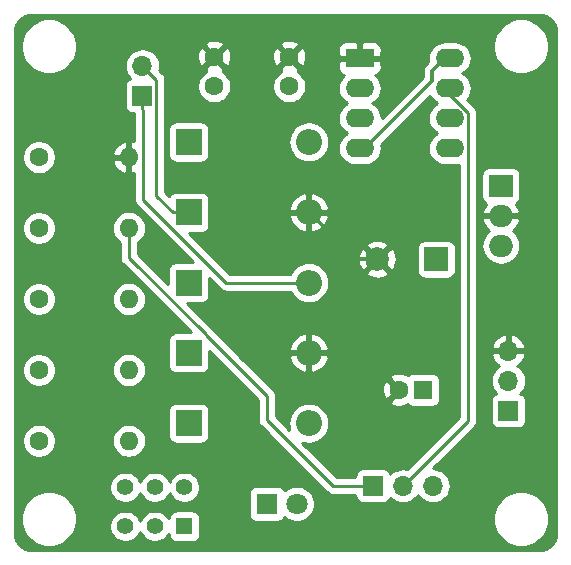
<source format=gbl>
G04 #@! TF.GenerationSoftware,KiCad,Pcbnew,(5.1.4)-1*
G04 #@! TF.CreationDate,2022-04-13T08:26:58-06:00*
G04 #@! TF.ProjectId,UselessBox V2,5573656c-6573-4734-926f-782056322e6b,2*
G04 #@! TF.SameCoordinates,Original*
G04 #@! TF.FileFunction,Copper,L2,Bot*
G04 #@! TF.FilePolarity,Positive*
%FSLAX46Y46*%
G04 Gerber Fmt 4.6, Leading zero omitted, Abs format (unit mm)*
G04 Created by KiCad (PCBNEW (5.1.4)-1) date 2022-04-13 08:26:58*
%MOMM*%
%LPD*%
G04 APERTURE LIST*
%ADD10O,1.700000X1.700000*%
%ADD11R,1.700000X1.700000*%
%ADD12O,2.200000X2.200000*%
%ADD13R,2.200000X2.200000*%
%ADD14R,2.000000X2.000000*%
%ADD15C,2.000000*%
%ADD16R,1.600000X1.600000*%
%ADD17C,1.600000*%
%ADD18R,1.800000X1.800000*%
%ADD19C,1.800000*%
%ADD20O,1.600000X1.600000*%
%ADD21R,1.400000X1.400000*%
%ADD22C,1.400000*%
%ADD23R,2.000000X1.905000*%
%ADD24O,2.000000X1.905000*%
%ADD25R,2.400000X1.600000*%
%ADD26O,2.400000X1.600000*%
%ADD27C,0.300000*%
%ADD28C,0.250000*%
%ADD29C,0.254000*%
G04 APERTURE END LIST*
D10*
X160370677Y-118364000D03*
X157830677Y-118364000D03*
D11*
X155290677Y-118364000D03*
D10*
X135763000Y-82804000D03*
D11*
X135763000Y-85344000D03*
D12*
X149860000Y-113057000D03*
D13*
X139700000Y-113057000D03*
D12*
X149860000Y-107106250D03*
D13*
X139700000Y-107106250D03*
D12*
X149860000Y-101155500D03*
D13*
X139700000Y-101155500D03*
D12*
X149860000Y-95204750D03*
D13*
X139700000Y-95204750D03*
D12*
X149860000Y-89254000D03*
D13*
X139700000Y-89254000D03*
D14*
X160655000Y-99187000D03*
D15*
X155655000Y-99187000D03*
D16*
X159512000Y-110236000D03*
D17*
X157512000Y-110236000D03*
X141859000Y-84544000D03*
X141859000Y-82044000D03*
X148209000Y-82044000D03*
X148209000Y-84544000D03*
D18*
X146304000Y-119888000D03*
D19*
X148844000Y-119888000D03*
D11*
X166751000Y-112014000D03*
D10*
X166751000Y-109474000D03*
X166751000Y-106934000D03*
D17*
X127000000Y-90551000D03*
D20*
X134620000Y-90551000D03*
X134620000Y-96551750D03*
D17*
X127000000Y-96551750D03*
X127000000Y-102552500D03*
D20*
X134620000Y-102552500D03*
X134620000Y-108553250D03*
D17*
X127000000Y-108553250D03*
X127000000Y-114554000D03*
D20*
X134620000Y-114554000D03*
D21*
X139319000Y-121793000D03*
D22*
X136819000Y-121793000D03*
X134319000Y-121793000D03*
X139319000Y-118493000D03*
X136819000Y-118493000D03*
X134319000Y-118493000D03*
D23*
X166116000Y-92964000D03*
D24*
X166116000Y-95504000D03*
X166116000Y-98044000D03*
D25*
X154178000Y-82169000D03*
D26*
X161798000Y-89789000D03*
X154178000Y-84709000D03*
X161798000Y-87249000D03*
X154178000Y-87249000D03*
X161798000Y-84709000D03*
X154178000Y-89789000D03*
X161798000Y-82169000D03*
D27*
X154382250Y-107106250D02*
X149860000Y-107106250D01*
X157512000Y-110236000D02*
X154382250Y-107106250D01*
X153842250Y-99187000D02*
X155655000Y-99187000D01*
X149860000Y-95204750D02*
X153842250Y-99187000D01*
X154578000Y-89789000D02*
X154178000Y-89789000D01*
X160298000Y-84069000D02*
X154578000Y-89789000D01*
X160298000Y-83269000D02*
X160298000Y-84069000D01*
X161398000Y-82169000D02*
X160298000Y-83269000D01*
X161798000Y-82169000D02*
X161398000Y-82169000D01*
D28*
X153057998Y-118364000D02*
X155290677Y-118364000D01*
X151892000Y-118364000D02*
X153057998Y-118364000D01*
X134620000Y-99040502D02*
X141125001Y-105545503D01*
X134620000Y-96551750D02*
X134620000Y-99040502D01*
X141125001Y-105545503D02*
X141125001Y-105565001D01*
X141125001Y-105565001D02*
X146304000Y-110744000D01*
X146304000Y-110744000D02*
X146304000Y-112776000D01*
X146304000Y-112776000D02*
X151892000Y-118364000D01*
X158680676Y-117514001D02*
X157830677Y-118364000D01*
X163323010Y-112871667D02*
X158680676Y-117514001D01*
X163323010Y-86783006D02*
X163323010Y-112871667D01*
X161798000Y-85257996D02*
X163323010Y-86783006D01*
X161798000Y-84709000D02*
X161798000Y-85257996D01*
X136612999Y-83653999D02*
X135763000Y-82804000D01*
X136938001Y-83979001D02*
X136612999Y-83653999D01*
X136938001Y-93792751D02*
X136938001Y-83979001D01*
X138350000Y-95204750D02*
X136938001Y-93792751D01*
X139700000Y-95204750D02*
X138350000Y-95204750D01*
X148304366Y-101155500D02*
X149860000Y-101155500D01*
X142865748Y-101155500D02*
X148304366Y-101155500D01*
X135845001Y-94134753D02*
X142865748Y-101155500D01*
X135845001Y-86526001D02*
X135845001Y-94134753D01*
X135763000Y-86444000D02*
X135845001Y-86526001D01*
X135763000Y-85344000D02*
X135763000Y-86444000D01*
D29*
G36*
X169683875Y-78540234D02*
G01*
X169939622Y-78617448D01*
X170175504Y-78742869D01*
X170382530Y-78911716D01*
X170552813Y-79117554D01*
X170679879Y-79352556D01*
X170758876Y-79607756D01*
X170790000Y-79903882D01*
X170790001Y-122399675D01*
X170760766Y-122697840D01*
X170683551Y-122953588D01*
X170558131Y-123189468D01*
X170389289Y-123396489D01*
X170183446Y-123566777D01*
X169948444Y-123693843D01*
X169693240Y-123772841D01*
X169397136Y-123803962D01*
X126397319Y-123800004D01*
X126099124Y-123770766D01*
X125843376Y-123693551D01*
X125607496Y-123568131D01*
X125400475Y-123399289D01*
X125230187Y-123193446D01*
X125103121Y-122958444D01*
X125024123Y-122703240D01*
X124993000Y-122407118D01*
X124993000Y-120925071D01*
X125478623Y-120925071D01*
X125478623Y-121390929D01*
X125569507Y-121847835D01*
X125747783Y-122278232D01*
X126006600Y-122665579D01*
X126336011Y-122994990D01*
X126723358Y-123253807D01*
X127153755Y-123432083D01*
X127610661Y-123522967D01*
X128076519Y-123522967D01*
X128533425Y-123432083D01*
X128963822Y-123253807D01*
X129351169Y-122994990D01*
X129680580Y-122665579D01*
X129939397Y-122278232D01*
X130117673Y-121847835D01*
X130154734Y-121661514D01*
X132984000Y-121661514D01*
X132984000Y-121924486D01*
X133035304Y-122182405D01*
X133135939Y-122425359D01*
X133282038Y-122644013D01*
X133467987Y-122829962D01*
X133686641Y-122976061D01*
X133929595Y-123076696D01*
X134187514Y-123128000D01*
X134450486Y-123128000D01*
X134708405Y-123076696D01*
X134951359Y-122976061D01*
X135170013Y-122829962D01*
X135355962Y-122644013D01*
X135502061Y-122425359D01*
X135569000Y-122263754D01*
X135635939Y-122425359D01*
X135782038Y-122644013D01*
X135967987Y-122829962D01*
X136186641Y-122976061D01*
X136429595Y-123076696D01*
X136687514Y-123128000D01*
X136950486Y-123128000D01*
X137208405Y-123076696D01*
X137451359Y-122976061D01*
X137670013Y-122829962D01*
X137855962Y-122644013D01*
X137980928Y-122456987D01*
X137980928Y-122493000D01*
X137993188Y-122617482D01*
X138029498Y-122737180D01*
X138088463Y-122847494D01*
X138167815Y-122944185D01*
X138264506Y-123023537D01*
X138374820Y-123082502D01*
X138494518Y-123118812D01*
X138619000Y-123131072D01*
X140019000Y-123131072D01*
X140143482Y-123118812D01*
X140263180Y-123082502D01*
X140373494Y-123023537D01*
X140470185Y-122944185D01*
X140549537Y-122847494D01*
X140608502Y-122737180D01*
X140644812Y-122617482D01*
X140657072Y-122493000D01*
X140657072Y-121093000D01*
X140644812Y-120968518D01*
X140608502Y-120848820D01*
X140549537Y-120738506D01*
X140470185Y-120641815D01*
X140373494Y-120562463D01*
X140263180Y-120503498D01*
X140143482Y-120467188D01*
X140019000Y-120454928D01*
X138619000Y-120454928D01*
X138494518Y-120467188D01*
X138374820Y-120503498D01*
X138264506Y-120562463D01*
X138167815Y-120641815D01*
X138088463Y-120738506D01*
X138029498Y-120848820D01*
X137993188Y-120968518D01*
X137980928Y-121093000D01*
X137980928Y-121129013D01*
X137855962Y-120941987D01*
X137670013Y-120756038D01*
X137451359Y-120609939D01*
X137208405Y-120509304D01*
X136950486Y-120458000D01*
X136687514Y-120458000D01*
X136429595Y-120509304D01*
X136186641Y-120609939D01*
X135967987Y-120756038D01*
X135782038Y-120941987D01*
X135635939Y-121160641D01*
X135569000Y-121322246D01*
X135502061Y-121160641D01*
X135355962Y-120941987D01*
X135170013Y-120756038D01*
X134951359Y-120609939D01*
X134708405Y-120509304D01*
X134450486Y-120458000D01*
X134187514Y-120458000D01*
X133929595Y-120509304D01*
X133686641Y-120609939D01*
X133467987Y-120756038D01*
X133282038Y-120941987D01*
X133135939Y-121160641D01*
X133035304Y-121403595D01*
X132984000Y-121661514D01*
X130154734Y-121661514D01*
X130208557Y-121390929D01*
X130208557Y-120925071D01*
X130117673Y-120468165D01*
X129939397Y-120037768D01*
X129680580Y-119650421D01*
X129351169Y-119321010D01*
X128963822Y-119062193D01*
X128533425Y-118883917D01*
X128076519Y-118793033D01*
X127610661Y-118793033D01*
X127153755Y-118883917D01*
X126723358Y-119062193D01*
X126336011Y-119321010D01*
X126006600Y-119650421D01*
X125747783Y-120037768D01*
X125569507Y-120468165D01*
X125478623Y-120925071D01*
X124993000Y-120925071D01*
X124993000Y-118361514D01*
X132984000Y-118361514D01*
X132984000Y-118624486D01*
X133035304Y-118882405D01*
X133135939Y-119125359D01*
X133282038Y-119344013D01*
X133467987Y-119529962D01*
X133686641Y-119676061D01*
X133929595Y-119776696D01*
X134187514Y-119828000D01*
X134450486Y-119828000D01*
X134708405Y-119776696D01*
X134951359Y-119676061D01*
X135170013Y-119529962D01*
X135355962Y-119344013D01*
X135502061Y-119125359D01*
X135569000Y-118963754D01*
X135635939Y-119125359D01*
X135782038Y-119344013D01*
X135967987Y-119529962D01*
X136186641Y-119676061D01*
X136429595Y-119776696D01*
X136687514Y-119828000D01*
X136950486Y-119828000D01*
X137208405Y-119776696D01*
X137451359Y-119676061D01*
X137670013Y-119529962D01*
X137855962Y-119344013D01*
X138002061Y-119125359D01*
X138069000Y-118963754D01*
X138135939Y-119125359D01*
X138282038Y-119344013D01*
X138467987Y-119529962D01*
X138686641Y-119676061D01*
X138929595Y-119776696D01*
X139187514Y-119828000D01*
X139450486Y-119828000D01*
X139708405Y-119776696D01*
X139951359Y-119676061D01*
X140170013Y-119529962D01*
X140355962Y-119344013D01*
X140502061Y-119125359D01*
X140558957Y-118988000D01*
X144765928Y-118988000D01*
X144765928Y-120788000D01*
X144778188Y-120912482D01*
X144814498Y-121032180D01*
X144873463Y-121142494D01*
X144952815Y-121239185D01*
X145049506Y-121318537D01*
X145159820Y-121377502D01*
X145279518Y-121413812D01*
X145404000Y-121426072D01*
X147204000Y-121426072D01*
X147328482Y-121413812D01*
X147448180Y-121377502D01*
X147558494Y-121318537D01*
X147655185Y-121239185D01*
X147734537Y-121142494D01*
X147793502Y-121032180D01*
X147799056Y-121013873D01*
X147865495Y-121080312D01*
X148116905Y-121248299D01*
X148396257Y-121364011D01*
X148692816Y-121423000D01*
X148995184Y-121423000D01*
X149291743Y-121364011D01*
X149571095Y-121248299D01*
X149822505Y-121080312D01*
X149977746Y-120925071D01*
X165478623Y-120925071D01*
X165478623Y-121390929D01*
X165569507Y-121847835D01*
X165747783Y-122278232D01*
X166006600Y-122665579D01*
X166336011Y-122994990D01*
X166723358Y-123253807D01*
X167153755Y-123432083D01*
X167610661Y-123522967D01*
X168076519Y-123522967D01*
X168533425Y-123432083D01*
X168963822Y-123253807D01*
X169351169Y-122994990D01*
X169680580Y-122665579D01*
X169939397Y-122278232D01*
X170117673Y-121847835D01*
X170208557Y-121390929D01*
X170208557Y-120925071D01*
X170117673Y-120468165D01*
X169939397Y-120037768D01*
X169680580Y-119650421D01*
X169351169Y-119321010D01*
X168963822Y-119062193D01*
X168533425Y-118883917D01*
X168076519Y-118793033D01*
X167610661Y-118793033D01*
X167153755Y-118883917D01*
X166723358Y-119062193D01*
X166336011Y-119321010D01*
X166006600Y-119650421D01*
X165747783Y-120037768D01*
X165569507Y-120468165D01*
X165478623Y-120925071D01*
X149977746Y-120925071D01*
X150036312Y-120866505D01*
X150204299Y-120615095D01*
X150320011Y-120335743D01*
X150379000Y-120039184D01*
X150379000Y-119736816D01*
X150320011Y-119440257D01*
X150204299Y-119160905D01*
X150036312Y-118909495D01*
X149822505Y-118695688D01*
X149571095Y-118527701D01*
X149291743Y-118411989D01*
X148995184Y-118353000D01*
X148692816Y-118353000D01*
X148396257Y-118411989D01*
X148116905Y-118527701D01*
X147865495Y-118695688D01*
X147799056Y-118762127D01*
X147793502Y-118743820D01*
X147734537Y-118633506D01*
X147655185Y-118536815D01*
X147558494Y-118457463D01*
X147448180Y-118398498D01*
X147328482Y-118362188D01*
X147204000Y-118349928D01*
X145404000Y-118349928D01*
X145279518Y-118362188D01*
X145159820Y-118398498D01*
X145049506Y-118457463D01*
X144952815Y-118536815D01*
X144873463Y-118633506D01*
X144814498Y-118743820D01*
X144778188Y-118863518D01*
X144765928Y-118988000D01*
X140558957Y-118988000D01*
X140602696Y-118882405D01*
X140654000Y-118624486D01*
X140654000Y-118361514D01*
X140602696Y-118103595D01*
X140502061Y-117860641D01*
X140355962Y-117641987D01*
X140170013Y-117456038D01*
X139951359Y-117309939D01*
X139708405Y-117209304D01*
X139450486Y-117158000D01*
X139187514Y-117158000D01*
X138929595Y-117209304D01*
X138686641Y-117309939D01*
X138467987Y-117456038D01*
X138282038Y-117641987D01*
X138135939Y-117860641D01*
X138069000Y-118022246D01*
X138002061Y-117860641D01*
X137855962Y-117641987D01*
X137670013Y-117456038D01*
X137451359Y-117309939D01*
X137208405Y-117209304D01*
X136950486Y-117158000D01*
X136687514Y-117158000D01*
X136429595Y-117209304D01*
X136186641Y-117309939D01*
X135967987Y-117456038D01*
X135782038Y-117641987D01*
X135635939Y-117860641D01*
X135569000Y-118022246D01*
X135502061Y-117860641D01*
X135355962Y-117641987D01*
X135170013Y-117456038D01*
X134951359Y-117309939D01*
X134708405Y-117209304D01*
X134450486Y-117158000D01*
X134187514Y-117158000D01*
X133929595Y-117209304D01*
X133686641Y-117309939D01*
X133467987Y-117456038D01*
X133282038Y-117641987D01*
X133135939Y-117860641D01*
X133035304Y-118103595D01*
X132984000Y-118361514D01*
X124993000Y-118361514D01*
X124993000Y-114412665D01*
X125565000Y-114412665D01*
X125565000Y-114695335D01*
X125620147Y-114972574D01*
X125728320Y-115233727D01*
X125885363Y-115468759D01*
X126085241Y-115668637D01*
X126320273Y-115825680D01*
X126581426Y-115933853D01*
X126858665Y-115989000D01*
X127141335Y-115989000D01*
X127418574Y-115933853D01*
X127679727Y-115825680D01*
X127914759Y-115668637D01*
X128114637Y-115468759D01*
X128271680Y-115233727D01*
X128379853Y-114972574D01*
X128435000Y-114695335D01*
X128435000Y-114554000D01*
X133178057Y-114554000D01*
X133205764Y-114835309D01*
X133287818Y-115105808D01*
X133421068Y-115355101D01*
X133600392Y-115573608D01*
X133818899Y-115752932D01*
X134068192Y-115886182D01*
X134338691Y-115968236D01*
X134549508Y-115989000D01*
X134690492Y-115989000D01*
X134901309Y-115968236D01*
X135171808Y-115886182D01*
X135421101Y-115752932D01*
X135639608Y-115573608D01*
X135818932Y-115355101D01*
X135952182Y-115105808D01*
X136034236Y-114835309D01*
X136061943Y-114554000D01*
X136034236Y-114272691D01*
X135952182Y-114002192D01*
X135818932Y-113752899D01*
X135639608Y-113534392D01*
X135421101Y-113355068D01*
X135171808Y-113221818D01*
X134901309Y-113139764D01*
X134690492Y-113119000D01*
X134549508Y-113119000D01*
X134338691Y-113139764D01*
X134068192Y-113221818D01*
X133818899Y-113355068D01*
X133600392Y-113534392D01*
X133421068Y-113752899D01*
X133287818Y-114002192D01*
X133205764Y-114272691D01*
X133178057Y-114554000D01*
X128435000Y-114554000D01*
X128435000Y-114412665D01*
X128379853Y-114135426D01*
X128271680Y-113874273D01*
X128114637Y-113639241D01*
X127914759Y-113439363D01*
X127679727Y-113282320D01*
X127418574Y-113174147D01*
X127141335Y-113119000D01*
X126858665Y-113119000D01*
X126581426Y-113174147D01*
X126320273Y-113282320D01*
X126085241Y-113439363D01*
X125885363Y-113639241D01*
X125728320Y-113874273D01*
X125620147Y-114135426D01*
X125565000Y-114412665D01*
X124993000Y-114412665D01*
X124993000Y-111957000D01*
X137961928Y-111957000D01*
X137961928Y-114157000D01*
X137974188Y-114281482D01*
X138010498Y-114401180D01*
X138069463Y-114511494D01*
X138148815Y-114608185D01*
X138245506Y-114687537D01*
X138355820Y-114746502D01*
X138475518Y-114782812D01*
X138600000Y-114795072D01*
X140800000Y-114795072D01*
X140924482Y-114782812D01*
X141044180Y-114746502D01*
X141154494Y-114687537D01*
X141251185Y-114608185D01*
X141330537Y-114511494D01*
X141389502Y-114401180D01*
X141425812Y-114281482D01*
X141438072Y-114157000D01*
X141438072Y-111957000D01*
X141425812Y-111832518D01*
X141389502Y-111712820D01*
X141330537Y-111602506D01*
X141251185Y-111505815D01*
X141154494Y-111426463D01*
X141044180Y-111367498D01*
X140924482Y-111331188D01*
X140800000Y-111318928D01*
X138600000Y-111318928D01*
X138475518Y-111331188D01*
X138355820Y-111367498D01*
X138245506Y-111426463D01*
X138148815Y-111505815D01*
X138069463Y-111602506D01*
X138010498Y-111712820D01*
X137974188Y-111832518D01*
X137961928Y-111957000D01*
X124993000Y-111957000D01*
X124993000Y-108411915D01*
X125565000Y-108411915D01*
X125565000Y-108694585D01*
X125620147Y-108971824D01*
X125728320Y-109232977D01*
X125885363Y-109468009D01*
X126085241Y-109667887D01*
X126320273Y-109824930D01*
X126581426Y-109933103D01*
X126858665Y-109988250D01*
X127141335Y-109988250D01*
X127418574Y-109933103D01*
X127679727Y-109824930D01*
X127914759Y-109667887D01*
X128114637Y-109468009D01*
X128271680Y-109232977D01*
X128379853Y-108971824D01*
X128435000Y-108694585D01*
X128435000Y-108553250D01*
X133178057Y-108553250D01*
X133205764Y-108834559D01*
X133287818Y-109105058D01*
X133421068Y-109354351D01*
X133600392Y-109572858D01*
X133818899Y-109752182D01*
X134068192Y-109885432D01*
X134338691Y-109967486D01*
X134549508Y-109988250D01*
X134690492Y-109988250D01*
X134901309Y-109967486D01*
X135171808Y-109885432D01*
X135421101Y-109752182D01*
X135639608Y-109572858D01*
X135818932Y-109354351D01*
X135952182Y-109105058D01*
X136034236Y-108834559D01*
X136061943Y-108553250D01*
X136034236Y-108271941D01*
X135952182Y-108001442D01*
X135818932Y-107752149D01*
X135639608Y-107533642D01*
X135421101Y-107354318D01*
X135171808Y-107221068D01*
X134901309Y-107139014D01*
X134690492Y-107118250D01*
X134549508Y-107118250D01*
X134338691Y-107139014D01*
X134068192Y-107221068D01*
X133818899Y-107354318D01*
X133600392Y-107533642D01*
X133421068Y-107752149D01*
X133287818Y-108001442D01*
X133205764Y-108271941D01*
X133178057Y-108553250D01*
X128435000Y-108553250D01*
X128435000Y-108411915D01*
X128379853Y-108134676D01*
X128271680Y-107873523D01*
X128114637Y-107638491D01*
X127914759Y-107438613D01*
X127679727Y-107281570D01*
X127418574Y-107173397D01*
X127141335Y-107118250D01*
X126858665Y-107118250D01*
X126581426Y-107173397D01*
X126320273Y-107281570D01*
X126085241Y-107438613D01*
X125885363Y-107638491D01*
X125728320Y-107873523D01*
X125620147Y-108134676D01*
X125565000Y-108411915D01*
X124993000Y-108411915D01*
X124993000Y-102411165D01*
X125565000Y-102411165D01*
X125565000Y-102693835D01*
X125620147Y-102971074D01*
X125728320Y-103232227D01*
X125885363Y-103467259D01*
X126085241Y-103667137D01*
X126320273Y-103824180D01*
X126581426Y-103932353D01*
X126858665Y-103987500D01*
X127141335Y-103987500D01*
X127418574Y-103932353D01*
X127679727Y-103824180D01*
X127914759Y-103667137D01*
X128114637Y-103467259D01*
X128271680Y-103232227D01*
X128379853Y-102971074D01*
X128435000Y-102693835D01*
X128435000Y-102552500D01*
X133178057Y-102552500D01*
X133205764Y-102833809D01*
X133287818Y-103104308D01*
X133421068Y-103353601D01*
X133600392Y-103572108D01*
X133818899Y-103751432D01*
X134068192Y-103884682D01*
X134338691Y-103966736D01*
X134549508Y-103987500D01*
X134690492Y-103987500D01*
X134901309Y-103966736D01*
X135171808Y-103884682D01*
X135421101Y-103751432D01*
X135639608Y-103572108D01*
X135818932Y-103353601D01*
X135952182Y-103104308D01*
X136034236Y-102833809D01*
X136061943Y-102552500D01*
X136034236Y-102271191D01*
X135952182Y-102000692D01*
X135818932Y-101751399D01*
X135639608Y-101532892D01*
X135421101Y-101353568D01*
X135171808Y-101220318D01*
X134901309Y-101138264D01*
X134690492Y-101117500D01*
X134549508Y-101117500D01*
X134338691Y-101138264D01*
X134068192Y-101220318D01*
X133818899Y-101353568D01*
X133600392Y-101532892D01*
X133421068Y-101751399D01*
X133287818Y-102000692D01*
X133205764Y-102271191D01*
X133178057Y-102552500D01*
X128435000Y-102552500D01*
X128435000Y-102411165D01*
X128379853Y-102133926D01*
X128271680Y-101872773D01*
X128114637Y-101637741D01*
X127914759Y-101437863D01*
X127679727Y-101280820D01*
X127418574Y-101172647D01*
X127141335Y-101117500D01*
X126858665Y-101117500D01*
X126581426Y-101172647D01*
X126320273Y-101280820D01*
X126085241Y-101437863D01*
X125885363Y-101637741D01*
X125728320Y-101872773D01*
X125620147Y-102133926D01*
X125565000Y-102411165D01*
X124993000Y-102411165D01*
X124993000Y-96410415D01*
X125565000Y-96410415D01*
X125565000Y-96693085D01*
X125620147Y-96970324D01*
X125728320Y-97231477D01*
X125885363Y-97466509D01*
X126085241Y-97666387D01*
X126320273Y-97823430D01*
X126581426Y-97931603D01*
X126858665Y-97986750D01*
X127141335Y-97986750D01*
X127418574Y-97931603D01*
X127679727Y-97823430D01*
X127914759Y-97666387D01*
X128114637Y-97466509D01*
X128271680Y-97231477D01*
X128379853Y-96970324D01*
X128435000Y-96693085D01*
X128435000Y-96551750D01*
X133178057Y-96551750D01*
X133205764Y-96833059D01*
X133287818Y-97103558D01*
X133421068Y-97352851D01*
X133600392Y-97571358D01*
X133818899Y-97750682D01*
X133860000Y-97772651D01*
X133860001Y-99003170D01*
X133856324Y-99040502D01*
X133870998Y-99189487D01*
X133914454Y-99332748D01*
X133985026Y-99464778D01*
X134050711Y-99544814D01*
X134080000Y-99580503D01*
X134108998Y-99604301D01*
X139872874Y-105368178D01*
X138600000Y-105368178D01*
X138475518Y-105380438D01*
X138355820Y-105416748D01*
X138245506Y-105475713D01*
X138148815Y-105555065D01*
X138069463Y-105651756D01*
X138010498Y-105762070D01*
X137974188Y-105881768D01*
X137961928Y-106006250D01*
X137961928Y-108206250D01*
X137974188Y-108330732D01*
X138010498Y-108450430D01*
X138069463Y-108560744D01*
X138148815Y-108657435D01*
X138245506Y-108736787D01*
X138355820Y-108795752D01*
X138475518Y-108832062D01*
X138600000Y-108844322D01*
X140800000Y-108844322D01*
X140924482Y-108832062D01*
X141044180Y-108795752D01*
X141154494Y-108736787D01*
X141251185Y-108657435D01*
X141330537Y-108560744D01*
X141389502Y-108450430D01*
X141425812Y-108330732D01*
X141438072Y-108206250D01*
X141438072Y-106952873D01*
X145544000Y-111058802D01*
X145544001Y-112738668D01*
X145540324Y-112776000D01*
X145544001Y-112813333D01*
X145553424Y-112909000D01*
X145554998Y-112924985D01*
X145598454Y-113068246D01*
X145669026Y-113200276D01*
X145736359Y-113282320D01*
X145764000Y-113316001D01*
X145792998Y-113339799D01*
X151328205Y-118875008D01*
X151351999Y-118904001D01*
X151380992Y-118927795D01*
X151380996Y-118927799D01*
X151451685Y-118985811D01*
X151467724Y-118998974D01*
X151599753Y-119069546D01*
X151743014Y-119113003D01*
X151854667Y-119124000D01*
X151854676Y-119124000D01*
X151891999Y-119127676D01*
X151929322Y-119124000D01*
X153802605Y-119124000D01*
X153802605Y-119214000D01*
X153814865Y-119338482D01*
X153851175Y-119458180D01*
X153910140Y-119568494D01*
X153989492Y-119665185D01*
X154086183Y-119744537D01*
X154196497Y-119803502D01*
X154316195Y-119839812D01*
X154440677Y-119852072D01*
X156140677Y-119852072D01*
X156265159Y-119839812D01*
X156384857Y-119803502D01*
X156495171Y-119744537D01*
X156591862Y-119665185D01*
X156671214Y-119568494D01*
X156730179Y-119458180D01*
X156751070Y-119389313D01*
X156775543Y-119419134D01*
X157001663Y-119604706D01*
X157259643Y-119742599D01*
X157539566Y-119827513D01*
X157757727Y-119849000D01*
X157903627Y-119849000D01*
X158121788Y-119827513D01*
X158401711Y-119742599D01*
X158659691Y-119604706D01*
X158885811Y-119419134D01*
X159071383Y-119193014D01*
X159100677Y-119138209D01*
X159129971Y-119193014D01*
X159315543Y-119419134D01*
X159541663Y-119604706D01*
X159799643Y-119742599D01*
X160079566Y-119827513D01*
X160297727Y-119849000D01*
X160443627Y-119849000D01*
X160661788Y-119827513D01*
X160941711Y-119742599D01*
X161199691Y-119604706D01*
X161425811Y-119419134D01*
X161611383Y-119193014D01*
X161749276Y-118935034D01*
X161834190Y-118655111D01*
X161862862Y-118364000D01*
X161834190Y-118072889D01*
X161749276Y-117792966D01*
X161611383Y-117534986D01*
X161425811Y-117308866D01*
X161199691Y-117123294D01*
X160941711Y-116985401D01*
X160661788Y-116900487D01*
X160443627Y-116879000D01*
X160390478Y-116879000D01*
X163834013Y-113435466D01*
X163863011Y-113411668D01*
X163957984Y-113295943D01*
X164028556Y-113163914D01*
X164072013Y-113020653D01*
X164083010Y-112909000D01*
X164083010Y-112908992D01*
X164086686Y-112871667D01*
X164083010Y-112834342D01*
X164083010Y-109474000D01*
X165258815Y-109474000D01*
X165287487Y-109765111D01*
X165372401Y-110045034D01*
X165510294Y-110303014D01*
X165695866Y-110529134D01*
X165725687Y-110553607D01*
X165656820Y-110574498D01*
X165546506Y-110633463D01*
X165449815Y-110712815D01*
X165370463Y-110809506D01*
X165311498Y-110919820D01*
X165275188Y-111039518D01*
X165262928Y-111164000D01*
X165262928Y-112864000D01*
X165275188Y-112988482D01*
X165311498Y-113108180D01*
X165370463Y-113218494D01*
X165449815Y-113315185D01*
X165546506Y-113394537D01*
X165656820Y-113453502D01*
X165776518Y-113489812D01*
X165901000Y-113502072D01*
X167601000Y-113502072D01*
X167725482Y-113489812D01*
X167845180Y-113453502D01*
X167955494Y-113394537D01*
X168052185Y-113315185D01*
X168131537Y-113218494D01*
X168190502Y-113108180D01*
X168226812Y-112988482D01*
X168239072Y-112864000D01*
X168239072Y-111164000D01*
X168226812Y-111039518D01*
X168190502Y-110919820D01*
X168131537Y-110809506D01*
X168052185Y-110712815D01*
X167955494Y-110633463D01*
X167845180Y-110574498D01*
X167776313Y-110553607D01*
X167806134Y-110529134D01*
X167991706Y-110303014D01*
X168129599Y-110045034D01*
X168214513Y-109765111D01*
X168243185Y-109474000D01*
X168214513Y-109182889D01*
X168129599Y-108902966D01*
X167991706Y-108644986D01*
X167806134Y-108418866D01*
X167580014Y-108233294D01*
X167515477Y-108198799D01*
X167632355Y-108129178D01*
X167848588Y-107934269D01*
X168022641Y-107700920D01*
X168147825Y-107438099D01*
X168192476Y-107290890D01*
X168071155Y-107061000D01*
X166878000Y-107061000D01*
X166878000Y-107081000D01*
X166624000Y-107081000D01*
X166624000Y-107061000D01*
X165430845Y-107061000D01*
X165309524Y-107290890D01*
X165354175Y-107438099D01*
X165479359Y-107700920D01*
X165653412Y-107934269D01*
X165869645Y-108129178D01*
X165986523Y-108198799D01*
X165921986Y-108233294D01*
X165695866Y-108418866D01*
X165510294Y-108644986D01*
X165372401Y-108902966D01*
X165287487Y-109182889D01*
X165258815Y-109474000D01*
X164083010Y-109474000D01*
X164083010Y-106577110D01*
X165309524Y-106577110D01*
X165430845Y-106807000D01*
X166624000Y-106807000D01*
X166624000Y-105613186D01*
X166878000Y-105613186D01*
X166878000Y-106807000D01*
X168071155Y-106807000D01*
X168192476Y-106577110D01*
X168147825Y-106429901D01*
X168022641Y-106167080D01*
X167848588Y-105933731D01*
X167632355Y-105738822D01*
X167382252Y-105589843D01*
X167107891Y-105492519D01*
X166878000Y-105613186D01*
X166624000Y-105613186D01*
X166394109Y-105492519D01*
X166119748Y-105589843D01*
X165869645Y-105738822D01*
X165653412Y-105933731D01*
X165479359Y-106167080D01*
X165354175Y-106429901D01*
X165309524Y-106577110D01*
X164083010Y-106577110D01*
X164083010Y-98044000D01*
X164473319Y-98044000D01*
X164503970Y-98355204D01*
X164594745Y-98654449D01*
X164742155Y-98930235D01*
X164940537Y-99171963D01*
X165182265Y-99370345D01*
X165458051Y-99517755D01*
X165757296Y-99608530D01*
X165990514Y-99631500D01*
X166241486Y-99631500D01*
X166474704Y-99608530D01*
X166773949Y-99517755D01*
X167049735Y-99370345D01*
X167291463Y-99171963D01*
X167489845Y-98930235D01*
X167637255Y-98654449D01*
X167728030Y-98355204D01*
X167758681Y-98044000D01*
X167728030Y-97732796D01*
X167637255Y-97433551D01*
X167489845Y-97157765D01*
X167291463Y-96916037D01*
X167112101Y-96768837D01*
X167297315Y-96613437D01*
X167491969Y-96370923D01*
X167635571Y-96095094D01*
X167706563Y-95876980D01*
X167586594Y-95631000D01*
X166243000Y-95631000D01*
X166243000Y-95651000D01*
X165989000Y-95651000D01*
X165989000Y-95631000D01*
X164645406Y-95631000D01*
X164525437Y-95876980D01*
X164596429Y-96095094D01*
X164740031Y-96370923D01*
X164934685Y-96613437D01*
X165119899Y-96768837D01*
X164940537Y-96916037D01*
X164742155Y-97157765D01*
X164594745Y-97433551D01*
X164503970Y-97732796D01*
X164473319Y-98044000D01*
X164083010Y-98044000D01*
X164083010Y-92011500D01*
X164477928Y-92011500D01*
X164477928Y-93916500D01*
X164490188Y-94040982D01*
X164526498Y-94160680D01*
X164585463Y-94270994D01*
X164664815Y-94367685D01*
X164761506Y-94447037D01*
X164853219Y-94496059D01*
X164740031Y-94637077D01*
X164596429Y-94912906D01*
X164525437Y-95131020D01*
X164645406Y-95377000D01*
X165989000Y-95377000D01*
X165989000Y-95357000D01*
X166243000Y-95357000D01*
X166243000Y-95377000D01*
X167586594Y-95377000D01*
X167706563Y-95131020D01*
X167635571Y-94912906D01*
X167491969Y-94637077D01*
X167378781Y-94496059D01*
X167470494Y-94447037D01*
X167567185Y-94367685D01*
X167646537Y-94270994D01*
X167705502Y-94160680D01*
X167741812Y-94040982D01*
X167754072Y-93916500D01*
X167754072Y-92011500D01*
X167741812Y-91887018D01*
X167705502Y-91767320D01*
X167646537Y-91657006D01*
X167567185Y-91560315D01*
X167470494Y-91480963D01*
X167360180Y-91421998D01*
X167240482Y-91385688D01*
X167116000Y-91373428D01*
X165116000Y-91373428D01*
X164991518Y-91385688D01*
X164871820Y-91421998D01*
X164761506Y-91480963D01*
X164664815Y-91560315D01*
X164585463Y-91657006D01*
X164526498Y-91767320D01*
X164490188Y-91887018D01*
X164477928Y-92011500D01*
X164083010Y-92011500D01*
X164083010Y-86820329D01*
X164086686Y-86783006D01*
X164083010Y-86745683D01*
X164083010Y-86745673D01*
X164072013Y-86634020D01*
X164028556Y-86490759D01*
X163957984Y-86358730D01*
X163863011Y-86243005D01*
X163834014Y-86219208D01*
X163274315Y-85659510D01*
X163396932Y-85510101D01*
X163530182Y-85260808D01*
X163612236Y-84990309D01*
X163639943Y-84709000D01*
X163612236Y-84427691D01*
X163530182Y-84157192D01*
X163396932Y-83907899D01*
X163217608Y-83689392D01*
X162999101Y-83510068D01*
X162866142Y-83439000D01*
X162999101Y-83367932D01*
X163217608Y-83188608D01*
X163396932Y-82970101D01*
X163530182Y-82720808D01*
X163612236Y-82450309D01*
X163639943Y-82169000D01*
X163612236Y-81887691D01*
X163530182Y-81617192D01*
X163396932Y-81367899D01*
X163217608Y-81149392D01*
X162999101Y-80970068D01*
X162914918Y-80925071D01*
X165478623Y-80925071D01*
X165478623Y-81390929D01*
X165569507Y-81847835D01*
X165747783Y-82278232D01*
X166006600Y-82665579D01*
X166336011Y-82994990D01*
X166723358Y-83253807D01*
X167153755Y-83432083D01*
X167610661Y-83522967D01*
X168076519Y-83522967D01*
X168533425Y-83432083D01*
X168963822Y-83253807D01*
X169351169Y-82994990D01*
X169680580Y-82665579D01*
X169939397Y-82278232D01*
X170117673Y-81847835D01*
X170208557Y-81390929D01*
X170208557Y-80925071D01*
X170117673Y-80468165D01*
X169939397Y-80037768D01*
X169680580Y-79650421D01*
X169351169Y-79321010D01*
X168963822Y-79062193D01*
X168533425Y-78883917D01*
X168076519Y-78793033D01*
X167610661Y-78793033D01*
X167153755Y-78883917D01*
X166723358Y-79062193D01*
X166336011Y-79321010D01*
X166006600Y-79650421D01*
X165747783Y-80037768D01*
X165569507Y-80468165D01*
X165478623Y-80925071D01*
X162914918Y-80925071D01*
X162749808Y-80836818D01*
X162479309Y-80754764D01*
X162268492Y-80734000D01*
X161327508Y-80734000D01*
X161116691Y-80754764D01*
X160846192Y-80836818D01*
X160596899Y-80970068D01*
X160378392Y-81149392D01*
X160199068Y-81367899D01*
X160065818Y-81617192D01*
X159983764Y-81887691D01*
X159956057Y-82169000D01*
X159983764Y-82450309D01*
X159989063Y-82467779D01*
X159770190Y-82686653D01*
X159740236Y-82711236D01*
X159642138Y-82830768D01*
X159569246Y-82967141D01*
X159524359Y-83115114D01*
X159513000Y-83230440D01*
X159513000Y-83230447D01*
X159509203Y-83269000D01*
X159513000Y-83307553D01*
X159513000Y-83743843D01*
X156018858Y-87237985D01*
X155992236Y-86967691D01*
X155910182Y-86697192D01*
X155776932Y-86447899D01*
X155597608Y-86229392D01*
X155379101Y-86050068D01*
X155246142Y-85979000D01*
X155379101Y-85907932D01*
X155597608Y-85728608D01*
X155776932Y-85510101D01*
X155910182Y-85260808D01*
X155992236Y-84990309D01*
X156019943Y-84709000D01*
X155992236Y-84427691D01*
X155910182Y-84157192D01*
X155776932Y-83907899D01*
X155597608Y-83689392D01*
X155484518Y-83596581D01*
X155502482Y-83594812D01*
X155622180Y-83558502D01*
X155732494Y-83499537D01*
X155829185Y-83420185D01*
X155908537Y-83323494D01*
X155967502Y-83213180D01*
X156003812Y-83093482D01*
X156016072Y-82969000D01*
X156013000Y-82454750D01*
X155854250Y-82296000D01*
X154305000Y-82296000D01*
X154305000Y-82316000D01*
X154051000Y-82316000D01*
X154051000Y-82296000D01*
X152501750Y-82296000D01*
X152343000Y-82454750D01*
X152339928Y-82969000D01*
X152352188Y-83093482D01*
X152388498Y-83213180D01*
X152447463Y-83323494D01*
X152526815Y-83420185D01*
X152623506Y-83499537D01*
X152733820Y-83558502D01*
X152853518Y-83594812D01*
X152871482Y-83596581D01*
X152758392Y-83689392D01*
X152579068Y-83907899D01*
X152445818Y-84157192D01*
X152363764Y-84427691D01*
X152336057Y-84709000D01*
X152363764Y-84990309D01*
X152445818Y-85260808D01*
X152579068Y-85510101D01*
X152758392Y-85728608D01*
X152976899Y-85907932D01*
X153109858Y-85979000D01*
X152976899Y-86050068D01*
X152758392Y-86229392D01*
X152579068Y-86447899D01*
X152445818Y-86697192D01*
X152363764Y-86967691D01*
X152336057Y-87249000D01*
X152363764Y-87530309D01*
X152445818Y-87800808D01*
X152579068Y-88050101D01*
X152758392Y-88268608D01*
X152976899Y-88447932D01*
X153109858Y-88519000D01*
X152976899Y-88590068D01*
X152758392Y-88769392D01*
X152579068Y-88987899D01*
X152445818Y-89237192D01*
X152363764Y-89507691D01*
X152336057Y-89789000D01*
X152363764Y-90070309D01*
X152445818Y-90340808D01*
X152579068Y-90590101D01*
X152758392Y-90808608D01*
X152976899Y-90987932D01*
X153226192Y-91121182D01*
X153496691Y-91203236D01*
X153707508Y-91224000D01*
X154648492Y-91224000D01*
X154859309Y-91203236D01*
X155129808Y-91121182D01*
X155379101Y-90987932D01*
X155597608Y-90808608D01*
X155776932Y-90590101D01*
X155910182Y-90340808D01*
X155992236Y-90070309D01*
X156019943Y-89789000D01*
X155992236Y-89507691D01*
X155986936Y-89490221D01*
X160118252Y-85358905D01*
X160199068Y-85510101D01*
X160378392Y-85728608D01*
X160596899Y-85907932D01*
X160729858Y-85979000D01*
X160596899Y-86050068D01*
X160378392Y-86229392D01*
X160199068Y-86447899D01*
X160065818Y-86697192D01*
X159983764Y-86967691D01*
X159956057Y-87249000D01*
X159983764Y-87530309D01*
X160065818Y-87800808D01*
X160199068Y-88050101D01*
X160378392Y-88268608D01*
X160596899Y-88447932D01*
X160729858Y-88519000D01*
X160596899Y-88590068D01*
X160378392Y-88769392D01*
X160199068Y-88987899D01*
X160065818Y-89237192D01*
X159983764Y-89507691D01*
X159956057Y-89789000D01*
X159983764Y-90070309D01*
X160065818Y-90340808D01*
X160199068Y-90590101D01*
X160378392Y-90808608D01*
X160596899Y-90987932D01*
X160846192Y-91121182D01*
X161116691Y-91203236D01*
X161327508Y-91224000D01*
X162268492Y-91224000D01*
X162479309Y-91203236D01*
X162563010Y-91177846D01*
X162563011Y-112556864D01*
X158196673Y-116923203D01*
X158121788Y-116900487D01*
X157903627Y-116879000D01*
X157757727Y-116879000D01*
X157539566Y-116900487D01*
X157259643Y-116985401D01*
X157001663Y-117123294D01*
X156775543Y-117308866D01*
X156751070Y-117338687D01*
X156730179Y-117269820D01*
X156671214Y-117159506D01*
X156591862Y-117062815D01*
X156495171Y-116983463D01*
X156384857Y-116924498D01*
X156265159Y-116888188D01*
X156140677Y-116875928D01*
X154440677Y-116875928D01*
X154316195Y-116888188D01*
X154196497Y-116924498D01*
X154086183Y-116983463D01*
X153989492Y-117062815D01*
X153910140Y-117159506D01*
X153851175Y-117269820D01*
X153814865Y-117389518D01*
X153802605Y-117514000D01*
X153802605Y-117604000D01*
X152206803Y-117604000D01*
X149304302Y-114701500D01*
X149519881Y-114766895D01*
X149774775Y-114792000D01*
X149945225Y-114792000D01*
X150200119Y-114766895D01*
X150527168Y-114667686D01*
X150828578Y-114506579D01*
X151092766Y-114289766D01*
X151309579Y-114025578D01*
X151470686Y-113724168D01*
X151569895Y-113397119D01*
X151603394Y-113057000D01*
X151569895Y-112716881D01*
X151470686Y-112389832D01*
X151309579Y-112088422D01*
X151092766Y-111824234D01*
X150828578Y-111607421D01*
X150527168Y-111446314D01*
X150200119Y-111347105D01*
X149945225Y-111322000D01*
X149774775Y-111322000D01*
X149519881Y-111347105D01*
X149192832Y-111446314D01*
X148891422Y-111607421D01*
X148627234Y-111824234D01*
X148410421Y-112088422D01*
X148249314Y-112389832D01*
X148150105Y-112716881D01*
X148116606Y-113057000D01*
X148150105Y-113397119D01*
X148215500Y-113612699D01*
X147064000Y-112461199D01*
X147064000Y-110781333D01*
X147067677Y-110744000D01*
X147053003Y-110595014D01*
X147009546Y-110451753D01*
X146938974Y-110319724D01*
X146928131Y-110306512D01*
X156071783Y-110306512D01*
X156113213Y-110586130D01*
X156208397Y-110852292D01*
X156275329Y-110977514D01*
X156519298Y-111049097D01*
X157332395Y-110236000D01*
X156519298Y-109422903D01*
X156275329Y-109494486D01*
X156154429Y-109749996D01*
X156085700Y-110024184D01*
X156071783Y-110306512D01*
X146928131Y-110306512D01*
X146925260Y-110303014D01*
X146844001Y-110203999D01*
X146815004Y-110180202D01*
X145878100Y-109243298D01*
X156698903Y-109243298D01*
X157512000Y-110056395D01*
X157526143Y-110042253D01*
X157705748Y-110221858D01*
X157691605Y-110236000D01*
X157705748Y-110250143D01*
X157526143Y-110429748D01*
X157512000Y-110415605D01*
X156698903Y-111228702D01*
X156770486Y-111472671D01*
X157025996Y-111593571D01*
X157300184Y-111662300D01*
X157582512Y-111676217D01*
X157862130Y-111634787D01*
X158128292Y-111539603D01*
X158250309Y-111474384D01*
X158260815Y-111487185D01*
X158357506Y-111566537D01*
X158467820Y-111625502D01*
X158587518Y-111661812D01*
X158712000Y-111674072D01*
X160312000Y-111674072D01*
X160436482Y-111661812D01*
X160556180Y-111625502D01*
X160666494Y-111566537D01*
X160763185Y-111487185D01*
X160842537Y-111390494D01*
X160901502Y-111280180D01*
X160937812Y-111160482D01*
X160950072Y-111036000D01*
X160950072Y-109436000D01*
X160937812Y-109311518D01*
X160901502Y-109191820D01*
X160842537Y-109081506D01*
X160763185Y-108984815D01*
X160666494Y-108905463D01*
X160556180Y-108846498D01*
X160436482Y-108810188D01*
X160312000Y-108797928D01*
X158712000Y-108797928D01*
X158587518Y-108810188D01*
X158467820Y-108846498D01*
X158357506Y-108905463D01*
X158260815Y-108984815D01*
X158250193Y-108997758D01*
X157998004Y-108878429D01*
X157723816Y-108809700D01*
X157441488Y-108795783D01*
X157161870Y-108837213D01*
X156895708Y-108932397D01*
X156770486Y-108999329D01*
X156698903Y-109243298D01*
X145878100Y-109243298D01*
X144137174Y-107502372D01*
X148170825Y-107502372D01*
X148235425Y-107715344D01*
X148385469Y-108020579D01*
X148592178Y-108290677D01*
X148847609Y-108515258D01*
X149141946Y-108685692D01*
X149463877Y-108795429D01*
X149733000Y-108677850D01*
X149733000Y-107233250D01*
X149987000Y-107233250D01*
X149987000Y-108677850D01*
X150256123Y-108795429D01*
X150578054Y-108685692D01*
X150872391Y-108515258D01*
X151127822Y-108290677D01*
X151334531Y-108020579D01*
X151484575Y-107715344D01*
X151549175Y-107502372D01*
X151431125Y-107233250D01*
X149987000Y-107233250D01*
X149733000Y-107233250D01*
X148288875Y-107233250D01*
X148170825Y-107502372D01*
X144137174Y-107502372D01*
X143344930Y-106710128D01*
X148170825Y-106710128D01*
X148288875Y-106979250D01*
X149733000Y-106979250D01*
X149733000Y-105534650D01*
X149987000Y-105534650D01*
X149987000Y-106979250D01*
X151431125Y-106979250D01*
X151549175Y-106710128D01*
X151484575Y-106497156D01*
X151334531Y-106191921D01*
X151127822Y-105921823D01*
X150872391Y-105697242D01*
X150578054Y-105526808D01*
X150256123Y-105417071D01*
X149987000Y-105534650D01*
X149733000Y-105534650D01*
X149463877Y-105417071D01*
X149141946Y-105526808D01*
X148847609Y-105697242D01*
X148592178Y-105921823D01*
X148385469Y-106191921D01*
X148235425Y-106497156D01*
X148170825Y-106710128D01*
X143344930Y-106710128D01*
X141764507Y-105129706D01*
X141759975Y-105121227D01*
X141665002Y-105005502D01*
X141636005Y-104981705D01*
X139547872Y-102893572D01*
X140800000Y-102893572D01*
X140924482Y-102881312D01*
X141044180Y-102845002D01*
X141154494Y-102786037D01*
X141251185Y-102706685D01*
X141330537Y-102609994D01*
X141389502Y-102499680D01*
X141425812Y-102379982D01*
X141438072Y-102255500D01*
X141438072Y-100802626D01*
X142301949Y-101666503D01*
X142325747Y-101695501D01*
X142354745Y-101719299D01*
X142441472Y-101790474D01*
X142573501Y-101861046D01*
X142716762Y-101904503D01*
X142865748Y-101919177D01*
X142903081Y-101915500D01*
X148298934Y-101915500D01*
X148410421Y-102124078D01*
X148627234Y-102388266D01*
X148891422Y-102605079D01*
X149192832Y-102766186D01*
X149519881Y-102865395D01*
X149774775Y-102890500D01*
X149945225Y-102890500D01*
X150200119Y-102865395D01*
X150527168Y-102766186D01*
X150828578Y-102605079D01*
X151092766Y-102388266D01*
X151309579Y-102124078D01*
X151470686Y-101822668D01*
X151569895Y-101495619D01*
X151603394Y-101155500D01*
X151569895Y-100815381D01*
X151470686Y-100488332D01*
X151382001Y-100322413D01*
X154699192Y-100322413D01*
X154794956Y-100586814D01*
X155084571Y-100727704D01*
X155396108Y-100809384D01*
X155717595Y-100828718D01*
X156036675Y-100784961D01*
X156341088Y-100679795D01*
X156515044Y-100586814D01*
X156610808Y-100322413D01*
X155655000Y-99366605D01*
X154699192Y-100322413D01*
X151382001Y-100322413D01*
X151309579Y-100186922D01*
X151092766Y-99922734D01*
X150828578Y-99705921D01*
X150527168Y-99544814D01*
X150200119Y-99445605D01*
X149945225Y-99420500D01*
X149774775Y-99420500D01*
X149519881Y-99445605D01*
X149192832Y-99544814D01*
X148891422Y-99705921D01*
X148627234Y-99922734D01*
X148410421Y-100186922D01*
X148298934Y-100395500D01*
X143180550Y-100395500D01*
X142034645Y-99249595D01*
X154013282Y-99249595D01*
X154057039Y-99568675D01*
X154162205Y-99873088D01*
X154255186Y-100047044D01*
X154519587Y-100142808D01*
X155475395Y-99187000D01*
X155834605Y-99187000D01*
X156790413Y-100142808D01*
X157054814Y-100047044D01*
X157195704Y-99757429D01*
X157277384Y-99445892D01*
X157296718Y-99124405D01*
X157252961Y-98805325D01*
X157147795Y-98500912D01*
X157054814Y-98326956D01*
X156790413Y-98231192D01*
X155834605Y-99187000D01*
X155475395Y-99187000D01*
X154519587Y-98231192D01*
X154255186Y-98326956D01*
X154114296Y-98616571D01*
X154032616Y-98928108D01*
X154013282Y-99249595D01*
X142034645Y-99249595D01*
X140836637Y-98051587D01*
X154699192Y-98051587D01*
X155655000Y-99007395D01*
X156475395Y-98187000D01*
X159016928Y-98187000D01*
X159016928Y-100187000D01*
X159029188Y-100311482D01*
X159065498Y-100431180D01*
X159124463Y-100541494D01*
X159203815Y-100638185D01*
X159300506Y-100717537D01*
X159410820Y-100776502D01*
X159530518Y-100812812D01*
X159655000Y-100825072D01*
X161655000Y-100825072D01*
X161779482Y-100812812D01*
X161899180Y-100776502D01*
X162009494Y-100717537D01*
X162106185Y-100638185D01*
X162185537Y-100541494D01*
X162244502Y-100431180D01*
X162280812Y-100311482D01*
X162293072Y-100187000D01*
X162293072Y-98187000D01*
X162280812Y-98062518D01*
X162244502Y-97942820D01*
X162185537Y-97832506D01*
X162106185Y-97735815D01*
X162009494Y-97656463D01*
X161899180Y-97597498D01*
X161779482Y-97561188D01*
X161655000Y-97548928D01*
X159655000Y-97548928D01*
X159530518Y-97561188D01*
X159410820Y-97597498D01*
X159300506Y-97656463D01*
X159203815Y-97735815D01*
X159124463Y-97832506D01*
X159065498Y-97942820D01*
X159029188Y-98062518D01*
X159016928Y-98187000D01*
X156475395Y-98187000D01*
X156610808Y-98051587D01*
X156515044Y-97787186D01*
X156225429Y-97646296D01*
X155913892Y-97564616D01*
X155592405Y-97545282D01*
X155273325Y-97589039D01*
X154968912Y-97694205D01*
X154794956Y-97787186D01*
X154699192Y-98051587D01*
X140836637Y-98051587D01*
X139727871Y-96942822D01*
X140800000Y-96942822D01*
X140924482Y-96930562D01*
X141044180Y-96894252D01*
X141154494Y-96835287D01*
X141251185Y-96755935D01*
X141330537Y-96659244D01*
X141389502Y-96548930D01*
X141425812Y-96429232D01*
X141438072Y-96304750D01*
X141438072Y-95600872D01*
X148170825Y-95600872D01*
X148235425Y-95813844D01*
X148385469Y-96119079D01*
X148592178Y-96389177D01*
X148847609Y-96613758D01*
X149141946Y-96784192D01*
X149463877Y-96893929D01*
X149733000Y-96776350D01*
X149733000Y-95331750D01*
X149987000Y-95331750D01*
X149987000Y-96776350D01*
X150256123Y-96893929D01*
X150578054Y-96784192D01*
X150872391Y-96613758D01*
X151127822Y-96389177D01*
X151334531Y-96119079D01*
X151484575Y-95813844D01*
X151549175Y-95600872D01*
X151431125Y-95331750D01*
X149987000Y-95331750D01*
X149733000Y-95331750D01*
X148288875Y-95331750D01*
X148170825Y-95600872D01*
X141438072Y-95600872D01*
X141438072Y-94808628D01*
X148170825Y-94808628D01*
X148288875Y-95077750D01*
X149733000Y-95077750D01*
X149733000Y-93633150D01*
X149987000Y-93633150D01*
X149987000Y-95077750D01*
X151431125Y-95077750D01*
X151549175Y-94808628D01*
X151484575Y-94595656D01*
X151334531Y-94290421D01*
X151127822Y-94020323D01*
X150872391Y-93795742D01*
X150578054Y-93625308D01*
X150256123Y-93515571D01*
X149987000Y-93633150D01*
X149733000Y-93633150D01*
X149463877Y-93515571D01*
X149141946Y-93625308D01*
X148847609Y-93795742D01*
X148592178Y-94020323D01*
X148385469Y-94290421D01*
X148235425Y-94595656D01*
X148170825Y-94808628D01*
X141438072Y-94808628D01*
X141438072Y-94104750D01*
X141425812Y-93980268D01*
X141389502Y-93860570D01*
X141330537Y-93750256D01*
X141251185Y-93653565D01*
X141154494Y-93574213D01*
X141044180Y-93515248D01*
X140924482Y-93478938D01*
X140800000Y-93466678D01*
X138600000Y-93466678D01*
X138475518Y-93478938D01*
X138355820Y-93515248D01*
X138245506Y-93574213D01*
X138148815Y-93653565D01*
X138069463Y-93750256D01*
X138034924Y-93814873D01*
X137698001Y-93477950D01*
X137698001Y-88154000D01*
X137961928Y-88154000D01*
X137961928Y-90354000D01*
X137974188Y-90478482D01*
X138010498Y-90598180D01*
X138069463Y-90708494D01*
X138148815Y-90805185D01*
X138245506Y-90884537D01*
X138355820Y-90943502D01*
X138475518Y-90979812D01*
X138600000Y-90992072D01*
X140800000Y-90992072D01*
X140924482Y-90979812D01*
X141044180Y-90943502D01*
X141154494Y-90884537D01*
X141251185Y-90805185D01*
X141330537Y-90708494D01*
X141389502Y-90598180D01*
X141425812Y-90478482D01*
X141438072Y-90354000D01*
X141438072Y-89254000D01*
X148116606Y-89254000D01*
X148150105Y-89594119D01*
X148249314Y-89921168D01*
X148410421Y-90222578D01*
X148627234Y-90486766D01*
X148891422Y-90703579D01*
X149192832Y-90864686D01*
X149519881Y-90963895D01*
X149774775Y-90989000D01*
X149945225Y-90989000D01*
X150200119Y-90963895D01*
X150527168Y-90864686D01*
X150828578Y-90703579D01*
X151092766Y-90486766D01*
X151309579Y-90222578D01*
X151470686Y-89921168D01*
X151569895Y-89594119D01*
X151603394Y-89254000D01*
X151569895Y-88913881D01*
X151470686Y-88586832D01*
X151309579Y-88285422D01*
X151092766Y-88021234D01*
X150828578Y-87804421D01*
X150527168Y-87643314D01*
X150200119Y-87544105D01*
X149945225Y-87519000D01*
X149774775Y-87519000D01*
X149519881Y-87544105D01*
X149192832Y-87643314D01*
X148891422Y-87804421D01*
X148627234Y-88021234D01*
X148410421Y-88285422D01*
X148249314Y-88586832D01*
X148150105Y-88913881D01*
X148116606Y-89254000D01*
X141438072Y-89254000D01*
X141438072Y-88154000D01*
X141425812Y-88029518D01*
X141389502Y-87909820D01*
X141330537Y-87799506D01*
X141251185Y-87702815D01*
X141154494Y-87623463D01*
X141044180Y-87564498D01*
X140924482Y-87528188D01*
X140800000Y-87515928D01*
X138600000Y-87515928D01*
X138475518Y-87528188D01*
X138355820Y-87564498D01*
X138245506Y-87623463D01*
X138148815Y-87702815D01*
X138069463Y-87799506D01*
X138010498Y-87909820D01*
X137974188Y-88029518D01*
X137961928Y-88154000D01*
X137698001Y-88154000D01*
X137698001Y-84402665D01*
X140424000Y-84402665D01*
X140424000Y-84685335D01*
X140479147Y-84962574D01*
X140587320Y-85223727D01*
X140744363Y-85458759D01*
X140944241Y-85658637D01*
X141179273Y-85815680D01*
X141440426Y-85923853D01*
X141717665Y-85979000D01*
X142000335Y-85979000D01*
X142277574Y-85923853D01*
X142538727Y-85815680D01*
X142773759Y-85658637D01*
X142973637Y-85458759D01*
X143130680Y-85223727D01*
X143238853Y-84962574D01*
X143294000Y-84685335D01*
X143294000Y-84402665D01*
X146774000Y-84402665D01*
X146774000Y-84685335D01*
X146829147Y-84962574D01*
X146937320Y-85223727D01*
X147094363Y-85458759D01*
X147294241Y-85658637D01*
X147529273Y-85815680D01*
X147790426Y-85923853D01*
X148067665Y-85979000D01*
X148350335Y-85979000D01*
X148627574Y-85923853D01*
X148888727Y-85815680D01*
X149123759Y-85658637D01*
X149323637Y-85458759D01*
X149480680Y-85223727D01*
X149588853Y-84962574D01*
X149644000Y-84685335D01*
X149644000Y-84402665D01*
X149588853Y-84125426D01*
X149480680Y-83864273D01*
X149323637Y-83629241D01*
X149123759Y-83429363D01*
X148923131Y-83295308D01*
X148950514Y-83280671D01*
X149022097Y-83036702D01*
X148209000Y-82223605D01*
X147395903Y-83036702D01*
X147467486Y-83280671D01*
X147496341Y-83294324D01*
X147294241Y-83429363D01*
X147094363Y-83629241D01*
X146937320Y-83864273D01*
X146829147Y-84125426D01*
X146774000Y-84402665D01*
X143294000Y-84402665D01*
X143238853Y-84125426D01*
X143130680Y-83864273D01*
X142973637Y-83629241D01*
X142773759Y-83429363D01*
X142573131Y-83295308D01*
X142600514Y-83280671D01*
X142672097Y-83036702D01*
X141859000Y-82223605D01*
X141045903Y-83036702D01*
X141117486Y-83280671D01*
X141146341Y-83294324D01*
X140944241Y-83429363D01*
X140744363Y-83629241D01*
X140587320Y-83864273D01*
X140479147Y-84125426D01*
X140424000Y-84402665D01*
X137698001Y-84402665D01*
X137698001Y-84016323D01*
X137701677Y-83979000D01*
X137698001Y-83941677D01*
X137698001Y-83941668D01*
X137687004Y-83830015D01*
X137643547Y-83686754D01*
X137572975Y-83554725D01*
X137478002Y-83439000D01*
X137448998Y-83415197D01*
X137203797Y-83169996D01*
X137226513Y-83095111D01*
X137255185Y-82804000D01*
X137226513Y-82512889D01*
X137141599Y-82232966D01*
X137078285Y-82114512D01*
X140418783Y-82114512D01*
X140460213Y-82394130D01*
X140555397Y-82660292D01*
X140622329Y-82785514D01*
X140866298Y-82857097D01*
X141679395Y-82044000D01*
X142038605Y-82044000D01*
X142851702Y-82857097D01*
X143095671Y-82785514D01*
X143216571Y-82530004D01*
X143285300Y-82255816D01*
X143292265Y-82114512D01*
X146768783Y-82114512D01*
X146810213Y-82394130D01*
X146905397Y-82660292D01*
X146972329Y-82785514D01*
X147216298Y-82857097D01*
X148029395Y-82044000D01*
X148388605Y-82044000D01*
X149201702Y-82857097D01*
X149445671Y-82785514D01*
X149566571Y-82530004D01*
X149635300Y-82255816D01*
X149649217Y-81973488D01*
X149607787Y-81693870D01*
X149512603Y-81427708D01*
X149481224Y-81369000D01*
X152339928Y-81369000D01*
X152343000Y-81883250D01*
X152501750Y-82042000D01*
X154051000Y-82042000D01*
X154051000Y-80892750D01*
X154305000Y-80892750D01*
X154305000Y-82042000D01*
X155854250Y-82042000D01*
X156013000Y-81883250D01*
X156016072Y-81369000D01*
X156003812Y-81244518D01*
X155967502Y-81124820D01*
X155908537Y-81014506D01*
X155829185Y-80917815D01*
X155732494Y-80838463D01*
X155622180Y-80779498D01*
X155502482Y-80743188D01*
X155378000Y-80730928D01*
X154463750Y-80734000D01*
X154305000Y-80892750D01*
X154051000Y-80892750D01*
X153892250Y-80734000D01*
X152978000Y-80730928D01*
X152853518Y-80743188D01*
X152733820Y-80779498D01*
X152623506Y-80838463D01*
X152526815Y-80917815D01*
X152447463Y-81014506D01*
X152388498Y-81124820D01*
X152352188Y-81244518D01*
X152339928Y-81369000D01*
X149481224Y-81369000D01*
X149445671Y-81302486D01*
X149201702Y-81230903D01*
X148388605Y-82044000D01*
X148029395Y-82044000D01*
X147216298Y-81230903D01*
X146972329Y-81302486D01*
X146851429Y-81557996D01*
X146782700Y-81832184D01*
X146768783Y-82114512D01*
X143292265Y-82114512D01*
X143299217Y-81973488D01*
X143257787Y-81693870D01*
X143162603Y-81427708D01*
X143095671Y-81302486D01*
X142851702Y-81230903D01*
X142038605Y-82044000D01*
X141679395Y-82044000D01*
X140866298Y-81230903D01*
X140622329Y-81302486D01*
X140501429Y-81557996D01*
X140432700Y-81832184D01*
X140418783Y-82114512D01*
X137078285Y-82114512D01*
X137003706Y-81974986D01*
X136818134Y-81748866D01*
X136592014Y-81563294D01*
X136334034Y-81425401D01*
X136054111Y-81340487D01*
X135835950Y-81319000D01*
X135690050Y-81319000D01*
X135471889Y-81340487D01*
X135191966Y-81425401D01*
X134933986Y-81563294D01*
X134707866Y-81748866D01*
X134522294Y-81974986D01*
X134384401Y-82232966D01*
X134299487Y-82512889D01*
X134270815Y-82804000D01*
X134299487Y-83095111D01*
X134384401Y-83375034D01*
X134522294Y-83633014D01*
X134707866Y-83859134D01*
X134737687Y-83883607D01*
X134668820Y-83904498D01*
X134558506Y-83963463D01*
X134461815Y-84042815D01*
X134382463Y-84139506D01*
X134323498Y-84249820D01*
X134287188Y-84369518D01*
X134274928Y-84494000D01*
X134274928Y-86194000D01*
X134287188Y-86318482D01*
X134323498Y-86438180D01*
X134382463Y-86548494D01*
X134461815Y-86645185D01*
X134558506Y-86724537D01*
X134668820Y-86783502D01*
X134788518Y-86819812D01*
X134913000Y-86832072D01*
X135085001Y-86832072D01*
X135085001Y-89200617D01*
X134969040Y-89159091D01*
X134747000Y-89280376D01*
X134747000Y-90424000D01*
X134767000Y-90424000D01*
X134767000Y-90678000D01*
X134747000Y-90678000D01*
X134747000Y-91821624D01*
X134969040Y-91942909D01*
X135085002Y-91901383D01*
X135085002Y-94097421D01*
X135081325Y-94134753D01*
X135095999Y-94283738D01*
X135139455Y-94426999D01*
X135210027Y-94559029D01*
X135274080Y-94637077D01*
X135305001Y-94674754D01*
X135333999Y-94698552D01*
X140052874Y-99417428D01*
X138600000Y-99417428D01*
X138475518Y-99429688D01*
X138355820Y-99465998D01*
X138245506Y-99524963D01*
X138148815Y-99604315D01*
X138069463Y-99701006D01*
X138010498Y-99811320D01*
X137974188Y-99931018D01*
X137961928Y-100055500D01*
X137961928Y-101307629D01*
X135380000Y-98725701D01*
X135380000Y-97772651D01*
X135421101Y-97750682D01*
X135639608Y-97571358D01*
X135818932Y-97352851D01*
X135952182Y-97103558D01*
X136034236Y-96833059D01*
X136061943Y-96551750D01*
X136034236Y-96270441D01*
X135952182Y-95999942D01*
X135818932Y-95750649D01*
X135639608Y-95532142D01*
X135421101Y-95352818D01*
X135171808Y-95219568D01*
X134901309Y-95137514D01*
X134690492Y-95116750D01*
X134549508Y-95116750D01*
X134338691Y-95137514D01*
X134068192Y-95219568D01*
X133818899Y-95352818D01*
X133600392Y-95532142D01*
X133421068Y-95750649D01*
X133287818Y-95999942D01*
X133205764Y-96270441D01*
X133178057Y-96551750D01*
X128435000Y-96551750D01*
X128435000Y-96410415D01*
X128379853Y-96133176D01*
X128271680Y-95872023D01*
X128114637Y-95636991D01*
X127914759Y-95437113D01*
X127679727Y-95280070D01*
X127418574Y-95171897D01*
X127141335Y-95116750D01*
X126858665Y-95116750D01*
X126581426Y-95171897D01*
X126320273Y-95280070D01*
X126085241Y-95437113D01*
X125885363Y-95636991D01*
X125728320Y-95872023D01*
X125620147Y-96133176D01*
X125565000Y-96410415D01*
X124993000Y-96410415D01*
X124993000Y-90409665D01*
X125565000Y-90409665D01*
X125565000Y-90692335D01*
X125620147Y-90969574D01*
X125728320Y-91230727D01*
X125885363Y-91465759D01*
X126085241Y-91665637D01*
X126320273Y-91822680D01*
X126581426Y-91930853D01*
X126858665Y-91986000D01*
X127141335Y-91986000D01*
X127418574Y-91930853D01*
X127679727Y-91822680D01*
X127914759Y-91665637D01*
X128114637Y-91465759D01*
X128271680Y-91230727D01*
X128379853Y-90969574D01*
X128393684Y-90900039D01*
X133228096Y-90900039D01*
X133268754Y-91034087D01*
X133388963Y-91288420D01*
X133556481Y-91514414D01*
X133764869Y-91703385D01*
X134006119Y-91848070D01*
X134270960Y-91942909D01*
X134493000Y-91821624D01*
X134493000Y-90678000D01*
X133350085Y-90678000D01*
X133228096Y-90900039D01*
X128393684Y-90900039D01*
X128435000Y-90692335D01*
X128435000Y-90409665D01*
X128393685Y-90201961D01*
X133228096Y-90201961D01*
X133350085Y-90424000D01*
X134493000Y-90424000D01*
X134493000Y-89280376D01*
X134270960Y-89159091D01*
X134006119Y-89253930D01*
X133764869Y-89398615D01*
X133556481Y-89587586D01*
X133388963Y-89813580D01*
X133268754Y-90067913D01*
X133228096Y-90201961D01*
X128393685Y-90201961D01*
X128379853Y-90132426D01*
X128271680Y-89871273D01*
X128114637Y-89636241D01*
X127914759Y-89436363D01*
X127679727Y-89279320D01*
X127418574Y-89171147D01*
X127141335Y-89116000D01*
X126858665Y-89116000D01*
X126581426Y-89171147D01*
X126320273Y-89279320D01*
X126085241Y-89436363D01*
X125885363Y-89636241D01*
X125728320Y-89871273D01*
X125620147Y-90132426D01*
X125565000Y-90409665D01*
X124993000Y-90409665D01*
X124993000Y-80925071D01*
X125478623Y-80925071D01*
X125478623Y-81390929D01*
X125569507Y-81847835D01*
X125747783Y-82278232D01*
X126006600Y-82665579D01*
X126336011Y-82994990D01*
X126723358Y-83253807D01*
X127153755Y-83432083D01*
X127610661Y-83522967D01*
X128076519Y-83522967D01*
X128533425Y-83432083D01*
X128963822Y-83253807D01*
X129351169Y-82994990D01*
X129680580Y-82665579D01*
X129939397Y-82278232D01*
X130117673Y-81847835D01*
X130208557Y-81390929D01*
X130208557Y-81051298D01*
X141045903Y-81051298D01*
X141859000Y-81864395D01*
X142672097Y-81051298D01*
X147395903Y-81051298D01*
X148209000Y-81864395D01*
X149022097Y-81051298D01*
X148950514Y-80807329D01*
X148695004Y-80686429D01*
X148420816Y-80617700D01*
X148138488Y-80603783D01*
X147858870Y-80645213D01*
X147592708Y-80740397D01*
X147467486Y-80807329D01*
X147395903Y-81051298D01*
X142672097Y-81051298D01*
X142600514Y-80807329D01*
X142345004Y-80686429D01*
X142070816Y-80617700D01*
X141788488Y-80603783D01*
X141508870Y-80645213D01*
X141242708Y-80740397D01*
X141117486Y-80807329D01*
X141045903Y-81051298D01*
X130208557Y-81051298D01*
X130208557Y-80925071D01*
X130117673Y-80468165D01*
X129939397Y-80037768D01*
X129680580Y-79650421D01*
X129351169Y-79321010D01*
X128963822Y-79062193D01*
X128533425Y-78883917D01*
X128076519Y-78793033D01*
X127610661Y-78793033D01*
X127153755Y-78883917D01*
X126723358Y-79062193D01*
X126336011Y-79321010D01*
X126006600Y-79650421D01*
X125747783Y-80037768D01*
X125569507Y-80468165D01*
X125478623Y-80925071D01*
X124993000Y-80925071D01*
X124993000Y-79915279D01*
X125022234Y-79617125D01*
X125099448Y-79361378D01*
X125224869Y-79125496D01*
X125393716Y-78918470D01*
X125599554Y-78748187D01*
X125834556Y-78621121D01*
X126089756Y-78542124D01*
X126385882Y-78511000D01*
X169385721Y-78511000D01*
X169683875Y-78540234D01*
X169683875Y-78540234D01*
G37*
X169683875Y-78540234D02*
X169939622Y-78617448D01*
X170175504Y-78742869D01*
X170382530Y-78911716D01*
X170552813Y-79117554D01*
X170679879Y-79352556D01*
X170758876Y-79607756D01*
X170790000Y-79903882D01*
X170790001Y-122399675D01*
X170760766Y-122697840D01*
X170683551Y-122953588D01*
X170558131Y-123189468D01*
X170389289Y-123396489D01*
X170183446Y-123566777D01*
X169948444Y-123693843D01*
X169693240Y-123772841D01*
X169397136Y-123803962D01*
X126397319Y-123800004D01*
X126099124Y-123770766D01*
X125843376Y-123693551D01*
X125607496Y-123568131D01*
X125400475Y-123399289D01*
X125230187Y-123193446D01*
X125103121Y-122958444D01*
X125024123Y-122703240D01*
X124993000Y-122407118D01*
X124993000Y-120925071D01*
X125478623Y-120925071D01*
X125478623Y-121390929D01*
X125569507Y-121847835D01*
X125747783Y-122278232D01*
X126006600Y-122665579D01*
X126336011Y-122994990D01*
X126723358Y-123253807D01*
X127153755Y-123432083D01*
X127610661Y-123522967D01*
X128076519Y-123522967D01*
X128533425Y-123432083D01*
X128963822Y-123253807D01*
X129351169Y-122994990D01*
X129680580Y-122665579D01*
X129939397Y-122278232D01*
X130117673Y-121847835D01*
X130154734Y-121661514D01*
X132984000Y-121661514D01*
X132984000Y-121924486D01*
X133035304Y-122182405D01*
X133135939Y-122425359D01*
X133282038Y-122644013D01*
X133467987Y-122829962D01*
X133686641Y-122976061D01*
X133929595Y-123076696D01*
X134187514Y-123128000D01*
X134450486Y-123128000D01*
X134708405Y-123076696D01*
X134951359Y-122976061D01*
X135170013Y-122829962D01*
X135355962Y-122644013D01*
X135502061Y-122425359D01*
X135569000Y-122263754D01*
X135635939Y-122425359D01*
X135782038Y-122644013D01*
X135967987Y-122829962D01*
X136186641Y-122976061D01*
X136429595Y-123076696D01*
X136687514Y-123128000D01*
X136950486Y-123128000D01*
X137208405Y-123076696D01*
X137451359Y-122976061D01*
X137670013Y-122829962D01*
X137855962Y-122644013D01*
X137980928Y-122456987D01*
X137980928Y-122493000D01*
X137993188Y-122617482D01*
X138029498Y-122737180D01*
X138088463Y-122847494D01*
X138167815Y-122944185D01*
X138264506Y-123023537D01*
X138374820Y-123082502D01*
X138494518Y-123118812D01*
X138619000Y-123131072D01*
X140019000Y-123131072D01*
X140143482Y-123118812D01*
X140263180Y-123082502D01*
X140373494Y-123023537D01*
X140470185Y-122944185D01*
X140549537Y-122847494D01*
X140608502Y-122737180D01*
X140644812Y-122617482D01*
X140657072Y-122493000D01*
X140657072Y-121093000D01*
X140644812Y-120968518D01*
X140608502Y-120848820D01*
X140549537Y-120738506D01*
X140470185Y-120641815D01*
X140373494Y-120562463D01*
X140263180Y-120503498D01*
X140143482Y-120467188D01*
X140019000Y-120454928D01*
X138619000Y-120454928D01*
X138494518Y-120467188D01*
X138374820Y-120503498D01*
X138264506Y-120562463D01*
X138167815Y-120641815D01*
X138088463Y-120738506D01*
X138029498Y-120848820D01*
X137993188Y-120968518D01*
X137980928Y-121093000D01*
X137980928Y-121129013D01*
X137855962Y-120941987D01*
X137670013Y-120756038D01*
X137451359Y-120609939D01*
X137208405Y-120509304D01*
X136950486Y-120458000D01*
X136687514Y-120458000D01*
X136429595Y-120509304D01*
X136186641Y-120609939D01*
X135967987Y-120756038D01*
X135782038Y-120941987D01*
X135635939Y-121160641D01*
X135569000Y-121322246D01*
X135502061Y-121160641D01*
X135355962Y-120941987D01*
X135170013Y-120756038D01*
X134951359Y-120609939D01*
X134708405Y-120509304D01*
X134450486Y-120458000D01*
X134187514Y-120458000D01*
X133929595Y-120509304D01*
X133686641Y-120609939D01*
X133467987Y-120756038D01*
X133282038Y-120941987D01*
X133135939Y-121160641D01*
X133035304Y-121403595D01*
X132984000Y-121661514D01*
X130154734Y-121661514D01*
X130208557Y-121390929D01*
X130208557Y-120925071D01*
X130117673Y-120468165D01*
X129939397Y-120037768D01*
X129680580Y-119650421D01*
X129351169Y-119321010D01*
X128963822Y-119062193D01*
X128533425Y-118883917D01*
X128076519Y-118793033D01*
X127610661Y-118793033D01*
X127153755Y-118883917D01*
X126723358Y-119062193D01*
X126336011Y-119321010D01*
X126006600Y-119650421D01*
X125747783Y-120037768D01*
X125569507Y-120468165D01*
X125478623Y-120925071D01*
X124993000Y-120925071D01*
X124993000Y-118361514D01*
X132984000Y-118361514D01*
X132984000Y-118624486D01*
X133035304Y-118882405D01*
X133135939Y-119125359D01*
X133282038Y-119344013D01*
X133467987Y-119529962D01*
X133686641Y-119676061D01*
X133929595Y-119776696D01*
X134187514Y-119828000D01*
X134450486Y-119828000D01*
X134708405Y-119776696D01*
X134951359Y-119676061D01*
X135170013Y-119529962D01*
X135355962Y-119344013D01*
X135502061Y-119125359D01*
X135569000Y-118963754D01*
X135635939Y-119125359D01*
X135782038Y-119344013D01*
X135967987Y-119529962D01*
X136186641Y-119676061D01*
X136429595Y-119776696D01*
X136687514Y-119828000D01*
X136950486Y-119828000D01*
X137208405Y-119776696D01*
X137451359Y-119676061D01*
X137670013Y-119529962D01*
X137855962Y-119344013D01*
X138002061Y-119125359D01*
X138069000Y-118963754D01*
X138135939Y-119125359D01*
X138282038Y-119344013D01*
X138467987Y-119529962D01*
X138686641Y-119676061D01*
X138929595Y-119776696D01*
X139187514Y-119828000D01*
X139450486Y-119828000D01*
X139708405Y-119776696D01*
X139951359Y-119676061D01*
X140170013Y-119529962D01*
X140355962Y-119344013D01*
X140502061Y-119125359D01*
X140558957Y-118988000D01*
X144765928Y-118988000D01*
X144765928Y-120788000D01*
X144778188Y-120912482D01*
X144814498Y-121032180D01*
X144873463Y-121142494D01*
X144952815Y-121239185D01*
X145049506Y-121318537D01*
X145159820Y-121377502D01*
X145279518Y-121413812D01*
X145404000Y-121426072D01*
X147204000Y-121426072D01*
X147328482Y-121413812D01*
X147448180Y-121377502D01*
X147558494Y-121318537D01*
X147655185Y-121239185D01*
X147734537Y-121142494D01*
X147793502Y-121032180D01*
X147799056Y-121013873D01*
X147865495Y-121080312D01*
X148116905Y-121248299D01*
X148396257Y-121364011D01*
X148692816Y-121423000D01*
X148995184Y-121423000D01*
X149291743Y-121364011D01*
X149571095Y-121248299D01*
X149822505Y-121080312D01*
X149977746Y-120925071D01*
X165478623Y-120925071D01*
X165478623Y-121390929D01*
X165569507Y-121847835D01*
X165747783Y-122278232D01*
X166006600Y-122665579D01*
X166336011Y-122994990D01*
X166723358Y-123253807D01*
X167153755Y-123432083D01*
X167610661Y-123522967D01*
X168076519Y-123522967D01*
X168533425Y-123432083D01*
X168963822Y-123253807D01*
X169351169Y-122994990D01*
X169680580Y-122665579D01*
X169939397Y-122278232D01*
X170117673Y-121847835D01*
X170208557Y-121390929D01*
X170208557Y-120925071D01*
X170117673Y-120468165D01*
X169939397Y-120037768D01*
X169680580Y-119650421D01*
X169351169Y-119321010D01*
X168963822Y-119062193D01*
X168533425Y-118883917D01*
X168076519Y-118793033D01*
X167610661Y-118793033D01*
X167153755Y-118883917D01*
X166723358Y-119062193D01*
X166336011Y-119321010D01*
X166006600Y-119650421D01*
X165747783Y-120037768D01*
X165569507Y-120468165D01*
X165478623Y-120925071D01*
X149977746Y-120925071D01*
X150036312Y-120866505D01*
X150204299Y-120615095D01*
X150320011Y-120335743D01*
X150379000Y-120039184D01*
X150379000Y-119736816D01*
X150320011Y-119440257D01*
X150204299Y-119160905D01*
X150036312Y-118909495D01*
X149822505Y-118695688D01*
X149571095Y-118527701D01*
X149291743Y-118411989D01*
X148995184Y-118353000D01*
X148692816Y-118353000D01*
X148396257Y-118411989D01*
X148116905Y-118527701D01*
X147865495Y-118695688D01*
X147799056Y-118762127D01*
X147793502Y-118743820D01*
X147734537Y-118633506D01*
X147655185Y-118536815D01*
X147558494Y-118457463D01*
X147448180Y-118398498D01*
X147328482Y-118362188D01*
X147204000Y-118349928D01*
X145404000Y-118349928D01*
X145279518Y-118362188D01*
X145159820Y-118398498D01*
X145049506Y-118457463D01*
X144952815Y-118536815D01*
X144873463Y-118633506D01*
X144814498Y-118743820D01*
X144778188Y-118863518D01*
X144765928Y-118988000D01*
X140558957Y-118988000D01*
X140602696Y-118882405D01*
X140654000Y-118624486D01*
X140654000Y-118361514D01*
X140602696Y-118103595D01*
X140502061Y-117860641D01*
X140355962Y-117641987D01*
X140170013Y-117456038D01*
X139951359Y-117309939D01*
X139708405Y-117209304D01*
X139450486Y-117158000D01*
X139187514Y-117158000D01*
X138929595Y-117209304D01*
X138686641Y-117309939D01*
X138467987Y-117456038D01*
X138282038Y-117641987D01*
X138135939Y-117860641D01*
X138069000Y-118022246D01*
X138002061Y-117860641D01*
X137855962Y-117641987D01*
X137670013Y-117456038D01*
X137451359Y-117309939D01*
X137208405Y-117209304D01*
X136950486Y-117158000D01*
X136687514Y-117158000D01*
X136429595Y-117209304D01*
X136186641Y-117309939D01*
X135967987Y-117456038D01*
X135782038Y-117641987D01*
X135635939Y-117860641D01*
X135569000Y-118022246D01*
X135502061Y-117860641D01*
X135355962Y-117641987D01*
X135170013Y-117456038D01*
X134951359Y-117309939D01*
X134708405Y-117209304D01*
X134450486Y-117158000D01*
X134187514Y-117158000D01*
X133929595Y-117209304D01*
X133686641Y-117309939D01*
X133467987Y-117456038D01*
X133282038Y-117641987D01*
X133135939Y-117860641D01*
X133035304Y-118103595D01*
X132984000Y-118361514D01*
X124993000Y-118361514D01*
X124993000Y-114412665D01*
X125565000Y-114412665D01*
X125565000Y-114695335D01*
X125620147Y-114972574D01*
X125728320Y-115233727D01*
X125885363Y-115468759D01*
X126085241Y-115668637D01*
X126320273Y-115825680D01*
X126581426Y-115933853D01*
X126858665Y-115989000D01*
X127141335Y-115989000D01*
X127418574Y-115933853D01*
X127679727Y-115825680D01*
X127914759Y-115668637D01*
X128114637Y-115468759D01*
X128271680Y-115233727D01*
X128379853Y-114972574D01*
X128435000Y-114695335D01*
X128435000Y-114554000D01*
X133178057Y-114554000D01*
X133205764Y-114835309D01*
X133287818Y-115105808D01*
X133421068Y-115355101D01*
X133600392Y-115573608D01*
X133818899Y-115752932D01*
X134068192Y-115886182D01*
X134338691Y-115968236D01*
X134549508Y-115989000D01*
X134690492Y-115989000D01*
X134901309Y-115968236D01*
X135171808Y-115886182D01*
X135421101Y-115752932D01*
X135639608Y-115573608D01*
X135818932Y-115355101D01*
X135952182Y-115105808D01*
X136034236Y-114835309D01*
X136061943Y-114554000D01*
X136034236Y-114272691D01*
X135952182Y-114002192D01*
X135818932Y-113752899D01*
X135639608Y-113534392D01*
X135421101Y-113355068D01*
X135171808Y-113221818D01*
X134901309Y-113139764D01*
X134690492Y-113119000D01*
X134549508Y-113119000D01*
X134338691Y-113139764D01*
X134068192Y-113221818D01*
X133818899Y-113355068D01*
X133600392Y-113534392D01*
X133421068Y-113752899D01*
X133287818Y-114002192D01*
X133205764Y-114272691D01*
X133178057Y-114554000D01*
X128435000Y-114554000D01*
X128435000Y-114412665D01*
X128379853Y-114135426D01*
X128271680Y-113874273D01*
X128114637Y-113639241D01*
X127914759Y-113439363D01*
X127679727Y-113282320D01*
X127418574Y-113174147D01*
X127141335Y-113119000D01*
X126858665Y-113119000D01*
X126581426Y-113174147D01*
X126320273Y-113282320D01*
X126085241Y-113439363D01*
X125885363Y-113639241D01*
X125728320Y-113874273D01*
X125620147Y-114135426D01*
X125565000Y-114412665D01*
X124993000Y-114412665D01*
X124993000Y-111957000D01*
X137961928Y-111957000D01*
X137961928Y-114157000D01*
X137974188Y-114281482D01*
X138010498Y-114401180D01*
X138069463Y-114511494D01*
X138148815Y-114608185D01*
X138245506Y-114687537D01*
X138355820Y-114746502D01*
X138475518Y-114782812D01*
X138600000Y-114795072D01*
X140800000Y-114795072D01*
X140924482Y-114782812D01*
X141044180Y-114746502D01*
X141154494Y-114687537D01*
X141251185Y-114608185D01*
X141330537Y-114511494D01*
X141389502Y-114401180D01*
X141425812Y-114281482D01*
X141438072Y-114157000D01*
X141438072Y-111957000D01*
X141425812Y-111832518D01*
X141389502Y-111712820D01*
X141330537Y-111602506D01*
X141251185Y-111505815D01*
X141154494Y-111426463D01*
X141044180Y-111367498D01*
X140924482Y-111331188D01*
X140800000Y-111318928D01*
X138600000Y-111318928D01*
X138475518Y-111331188D01*
X138355820Y-111367498D01*
X138245506Y-111426463D01*
X138148815Y-111505815D01*
X138069463Y-111602506D01*
X138010498Y-111712820D01*
X137974188Y-111832518D01*
X137961928Y-111957000D01*
X124993000Y-111957000D01*
X124993000Y-108411915D01*
X125565000Y-108411915D01*
X125565000Y-108694585D01*
X125620147Y-108971824D01*
X125728320Y-109232977D01*
X125885363Y-109468009D01*
X126085241Y-109667887D01*
X126320273Y-109824930D01*
X126581426Y-109933103D01*
X126858665Y-109988250D01*
X127141335Y-109988250D01*
X127418574Y-109933103D01*
X127679727Y-109824930D01*
X127914759Y-109667887D01*
X128114637Y-109468009D01*
X128271680Y-109232977D01*
X128379853Y-108971824D01*
X128435000Y-108694585D01*
X128435000Y-108553250D01*
X133178057Y-108553250D01*
X133205764Y-108834559D01*
X133287818Y-109105058D01*
X133421068Y-109354351D01*
X133600392Y-109572858D01*
X133818899Y-109752182D01*
X134068192Y-109885432D01*
X134338691Y-109967486D01*
X134549508Y-109988250D01*
X134690492Y-109988250D01*
X134901309Y-109967486D01*
X135171808Y-109885432D01*
X135421101Y-109752182D01*
X135639608Y-109572858D01*
X135818932Y-109354351D01*
X135952182Y-109105058D01*
X136034236Y-108834559D01*
X136061943Y-108553250D01*
X136034236Y-108271941D01*
X135952182Y-108001442D01*
X135818932Y-107752149D01*
X135639608Y-107533642D01*
X135421101Y-107354318D01*
X135171808Y-107221068D01*
X134901309Y-107139014D01*
X134690492Y-107118250D01*
X134549508Y-107118250D01*
X134338691Y-107139014D01*
X134068192Y-107221068D01*
X133818899Y-107354318D01*
X133600392Y-107533642D01*
X133421068Y-107752149D01*
X133287818Y-108001442D01*
X133205764Y-108271941D01*
X133178057Y-108553250D01*
X128435000Y-108553250D01*
X128435000Y-108411915D01*
X128379853Y-108134676D01*
X128271680Y-107873523D01*
X128114637Y-107638491D01*
X127914759Y-107438613D01*
X127679727Y-107281570D01*
X127418574Y-107173397D01*
X127141335Y-107118250D01*
X126858665Y-107118250D01*
X126581426Y-107173397D01*
X126320273Y-107281570D01*
X126085241Y-107438613D01*
X125885363Y-107638491D01*
X125728320Y-107873523D01*
X125620147Y-108134676D01*
X125565000Y-108411915D01*
X124993000Y-108411915D01*
X124993000Y-102411165D01*
X125565000Y-102411165D01*
X125565000Y-102693835D01*
X125620147Y-102971074D01*
X125728320Y-103232227D01*
X125885363Y-103467259D01*
X126085241Y-103667137D01*
X126320273Y-103824180D01*
X126581426Y-103932353D01*
X126858665Y-103987500D01*
X127141335Y-103987500D01*
X127418574Y-103932353D01*
X127679727Y-103824180D01*
X127914759Y-103667137D01*
X128114637Y-103467259D01*
X128271680Y-103232227D01*
X128379853Y-102971074D01*
X128435000Y-102693835D01*
X128435000Y-102552500D01*
X133178057Y-102552500D01*
X133205764Y-102833809D01*
X133287818Y-103104308D01*
X133421068Y-103353601D01*
X133600392Y-103572108D01*
X133818899Y-103751432D01*
X134068192Y-103884682D01*
X134338691Y-103966736D01*
X134549508Y-103987500D01*
X134690492Y-103987500D01*
X134901309Y-103966736D01*
X135171808Y-103884682D01*
X135421101Y-103751432D01*
X135639608Y-103572108D01*
X135818932Y-103353601D01*
X135952182Y-103104308D01*
X136034236Y-102833809D01*
X136061943Y-102552500D01*
X136034236Y-102271191D01*
X135952182Y-102000692D01*
X135818932Y-101751399D01*
X135639608Y-101532892D01*
X135421101Y-101353568D01*
X135171808Y-101220318D01*
X134901309Y-101138264D01*
X134690492Y-101117500D01*
X134549508Y-101117500D01*
X134338691Y-101138264D01*
X134068192Y-101220318D01*
X133818899Y-101353568D01*
X133600392Y-101532892D01*
X133421068Y-101751399D01*
X133287818Y-102000692D01*
X133205764Y-102271191D01*
X133178057Y-102552500D01*
X128435000Y-102552500D01*
X128435000Y-102411165D01*
X128379853Y-102133926D01*
X128271680Y-101872773D01*
X128114637Y-101637741D01*
X127914759Y-101437863D01*
X127679727Y-101280820D01*
X127418574Y-101172647D01*
X127141335Y-101117500D01*
X126858665Y-101117500D01*
X126581426Y-101172647D01*
X126320273Y-101280820D01*
X126085241Y-101437863D01*
X125885363Y-101637741D01*
X125728320Y-101872773D01*
X125620147Y-102133926D01*
X125565000Y-102411165D01*
X124993000Y-102411165D01*
X124993000Y-96410415D01*
X125565000Y-96410415D01*
X125565000Y-96693085D01*
X125620147Y-96970324D01*
X125728320Y-97231477D01*
X125885363Y-97466509D01*
X126085241Y-97666387D01*
X126320273Y-97823430D01*
X126581426Y-97931603D01*
X126858665Y-97986750D01*
X127141335Y-97986750D01*
X127418574Y-97931603D01*
X127679727Y-97823430D01*
X127914759Y-97666387D01*
X128114637Y-97466509D01*
X128271680Y-97231477D01*
X128379853Y-96970324D01*
X128435000Y-96693085D01*
X128435000Y-96551750D01*
X133178057Y-96551750D01*
X133205764Y-96833059D01*
X133287818Y-97103558D01*
X133421068Y-97352851D01*
X133600392Y-97571358D01*
X133818899Y-97750682D01*
X133860000Y-97772651D01*
X133860001Y-99003170D01*
X133856324Y-99040502D01*
X133870998Y-99189487D01*
X133914454Y-99332748D01*
X133985026Y-99464778D01*
X134050711Y-99544814D01*
X134080000Y-99580503D01*
X134108998Y-99604301D01*
X139872874Y-105368178D01*
X138600000Y-105368178D01*
X138475518Y-105380438D01*
X138355820Y-105416748D01*
X138245506Y-105475713D01*
X138148815Y-105555065D01*
X138069463Y-105651756D01*
X138010498Y-105762070D01*
X137974188Y-105881768D01*
X137961928Y-106006250D01*
X137961928Y-108206250D01*
X137974188Y-108330732D01*
X138010498Y-108450430D01*
X138069463Y-108560744D01*
X138148815Y-108657435D01*
X138245506Y-108736787D01*
X138355820Y-108795752D01*
X138475518Y-108832062D01*
X138600000Y-108844322D01*
X140800000Y-108844322D01*
X140924482Y-108832062D01*
X141044180Y-108795752D01*
X141154494Y-108736787D01*
X141251185Y-108657435D01*
X141330537Y-108560744D01*
X141389502Y-108450430D01*
X141425812Y-108330732D01*
X141438072Y-108206250D01*
X141438072Y-106952873D01*
X145544000Y-111058802D01*
X145544001Y-112738668D01*
X145540324Y-112776000D01*
X145544001Y-112813333D01*
X145553424Y-112909000D01*
X145554998Y-112924985D01*
X145598454Y-113068246D01*
X145669026Y-113200276D01*
X145736359Y-113282320D01*
X145764000Y-113316001D01*
X145792998Y-113339799D01*
X151328205Y-118875008D01*
X151351999Y-118904001D01*
X151380992Y-118927795D01*
X151380996Y-118927799D01*
X151451685Y-118985811D01*
X151467724Y-118998974D01*
X151599753Y-119069546D01*
X151743014Y-119113003D01*
X151854667Y-119124000D01*
X151854676Y-119124000D01*
X151891999Y-119127676D01*
X151929322Y-119124000D01*
X153802605Y-119124000D01*
X153802605Y-119214000D01*
X153814865Y-119338482D01*
X153851175Y-119458180D01*
X153910140Y-119568494D01*
X153989492Y-119665185D01*
X154086183Y-119744537D01*
X154196497Y-119803502D01*
X154316195Y-119839812D01*
X154440677Y-119852072D01*
X156140677Y-119852072D01*
X156265159Y-119839812D01*
X156384857Y-119803502D01*
X156495171Y-119744537D01*
X156591862Y-119665185D01*
X156671214Y-119568494D01*
X156730179Y-119458180D01*
X156751070Y-119389313D01*
X156775543Y-119419134D01*
X157001663Y-119604706D01*
X157259643Y-119742599D01*
X157539566Y-119827513D01*
X157757727Y-119849000D01*
X157903627Y-119849000D01*
X158121788Y-119827513D01*
X158401711Y-119742599D01*
X158659691Y-119604706D01*
X158885811Y-119419134D01*
X159071383Y-119193014D01*
X159100677Y-119138209D01*
X159129971Y-119193014D01*
X159315543Y-119419134D01*
X159541663Y-119604706D01*
X159799643Y-119742599D01*
X160079566Y-119827513D01*
X160297727Y-119849000D01*
X160443627Y-119849000D01*
X160661788Y-119827513D01*
X160941711Y-119742599D01*
X161199691Y-119604706D01*
X161425811Y-119419134D01*
X161611383Y-119193014D01*
X161749276Y-118935034D01*
X161834190Y-118655111D01*
X161862862Y-118364000D01*
X161834190Y-118072889D01*
X161749276Y-117792966D01*
X161611383Y-117534986D01*
X161425811Y-117308866D01*
X161199691Y-117123294D01*
X160941711Y-116985401D01*
X160661788Y-116900487D01*
X160443627Y-116879000D01*
X160390478Y-116879000D01*
X163834013Y-113435466D01*
X163863011Y-113411668D01*
X163957984Y-113295943D01*
X164028556Y-113163914D01*
X164072013Y-113020653D01*
X164083010Y-112909000D01*
X164083010Y-112908992D01*
X164086686Y-112871667D01*
X164083010Y-112834342D01*
X164083010Y-109474000D01*
X165258815Y-109474000D01*
X165287487Y-109765111D01*
X165372401Y-110045034D01*
X165510294Y-110303014D01*
X165695866Y-110529134D01*
X165725687Y-110553607D01*
X165656820Y-110574498D01*
X165546506Y-110633463D01*
X165449815Y-110712815D01*
X165370463Y-110809506D01*
X165311498Y-110919820D01*
X165275188Y-111039518D01*
X165262928Y-111164000D01*
X165262928Y-112864000D01*
X165275188Y-112988482D01*
X165311498Y-113108180D01*
X165370463Y-113218494D01*
X165449815Y-113315185D01*
X165546506Y-113394537D01*
X165656820Y-113453502D01*
X165776518Y-113489812D01*
X165901000Y-113502072D01*
X167601000Y-113502072D01*
X167725482Y-113489812D01*
X167845180Y-113453502D01*
X167955494Y-113394537D01*
X168052185Y-113315185D01*
X168131537Y-113218494D01*
X168190502Y-113108180D01*
X168226812Y-112988482D01*
X168239072Y-112864000D01*
X168239072Y-111164000D01*
X168226812Y-111039518D01*
X168190502Y-110919820D01*
X168131537Y-110809506D01*
X168052185Y-110712815D01*
X167955494Y-110633463D01*
X167845180Y-110574498D01*
X167776313Y-110553607D01*
X167806134Y-110529134D01*
X167991706Y-110303014D01*
X168129599Y-110045034D01*
X168214513Y-109765111D01*
X168243185Y-109474000D01*
X168214513Y-109182889D01*
X168129599Y-108902966D01*
X167991706Y-108644986D01*
X167806134Y-108418866D01*
X167580014Y-108233294D01*
X167515477Y-108198799D01*
X167632355Y-108129178D01*
X167848588Y-107934269D01*
X168022641Y-107700920D01*
X168147825Y-107438099D01*
X168192476Y-107290890D01*
X168071155Y-107061000D01*
X166878000Y-107061000D01*
X166878000Y-107081000D01*
X166624000Y-107081000D01*
X166624000Y-107061000D01*
X165430845Y-107061000D01*
X165309524Y-107290890D01*
X165354175Y-107438099D01*
X165479359Y-107700920D01*
X165653412Y-107934269D01*
X165869645Y-108129178D01*
X165986523Y-108198799D01*
X165921986Y-108233294D01*
X165695866Y-108418866D01*
X165510294Y-108644986D01*
X165372401Y-108902966D01*
X165287487Y-109182889D01*
X165258815Y-109474000D01*
X164083010Y-109474000D01*
X164083010Y-106577110D01*
X165309524Y-106577110D01*
X165430845Y-106807000D01*
X166624000Y-106807000D01*
X166624000Y-105613186D01*
X166878000Y-105613186D01*
X166878000Y-106807000D01*
X168071155Y-106807000D01*
X168192476Y-106577110D01*
X168147825Y-106429901D01*
X168022641Y-106167080D01*
X167848588Y-105933731D01*
X167632355Y-105738822D01*
X167382252Y-105589843D01*
X167107891Y-105492519D01*
X166878000Y-105613186D01*
X166624000Y-105613186D01*
X166394109Y-105492519D01*
X166119748Y-105589843D01*
X165869645Y-105738822D01*
X165653412Y-105933731D01*
X165479359Y-106167080D01*
X165354175Y-106429901D01*
X165309524Y-106577110D01*
X164083010Y-106577110D01*
X164083010Y-98044000D01*
X164473319Y-98044000D01*
X164503970Y-98355204D01*
X164594745Y-98654449D01*
X164742155Y-98930235D01*
X164940537Y-99171963D01*
X165182265Y-99370345D01*
X165458051Y-99517755D01*
X165757296Y-99608530D01*
X165990514Y-99631500D01*
X166241486Y-99631500D01*
X166474704Y-99608530D01*
X166773949Y-99517755D01*
X167049735Y-99370345D01*
X167291463Y-99171963D01*
X167489845Y-98930235D01*
X167637255Y-98654449D01*
X167728030Y-98355204D01*
X167758681Y-98044000D01*
X167728030Y-97732796D01*
X167637255Y-97433551D01*
X167489845Y-97157765D01*
X167291463Y-96916037D01*
X167112101Y-96768837D01*
X167297315Y-96613437D01*
X167491969Y-96370923D01*
X167635571Y-96095094D01*
X167706563Y-95876980D01*
X167586594Y-95631000D01*
X166243000Y-95631000D01*
X166243000Y-95651000D01*
X165989000Y-95651000D01*
X165989000Y-95631000D01*
X164645406Y-95631000D01*
X164525437Y-95876980D01*
X164596429Y-96095094D01*
X164740031Y-96370923D01*
X164934685Y-96613437D01*
X165119899Y-96768837D01*
X164940537Y-96916037D01*
X164742155Y-97157765D01*
X164594745Y-97433551D01*
X164503970Y-97732796D01*
X164473319Y-98044000D01*
X164083010Y-98044000D01*
X164083010Y-92011500D01*
X164477928Y-92011500D01*
X164477928Y-93916500D01*
X164490188Y-94040982D01*
X164526498Y-94160680D01*
X164585463Y-94270994D01*
X164664815Y-94367685D01*
X164761506Y-94447037D01*
X164853219Y-94496059D01*
X164740031Y-94637077D01*
X164596429Y-94912906D01*
X164525437Y-95131020D01*
X164645406Y-95377000D01*
X165989000Y-95377000D01*
X165989000Y-95357000D01*
X166243000Y-95357000D01*
X166243000Y-95377000D01*
X167586594Y-95377000D01*
X167706563Y-95131020D01*
X167635571Y-94912906D01*
X167491969Y-94637077D01*
X167378781Y-94496059D01*
X167470494Y-94447037D01*
X167567185Y-94367685D01*
X167646537Y-94270994D01*
X167705502Y-94160680D01*
X167741812Y-94040982D01*
X167754072Y-93916500D01*
X167754072Y-92011500D01*
X167741812Y-91887018D01*
X167705502Y-91767320D01*
X167646537Y-91657006D01*
X167567185Y-91560315D01*
X167470494Y-91480963D01*
X167360180Y-91421998D01*
X167240482Y-91385688D01*
X167116000Y-91373428D01*
X165116000Y-91373428D01*
X164991518Y-91385688D01*
X164871820Y-91421998D01*
X164761506Y-91480963D01*
X164664815Y-91560315D01*
X164585463Y-91657006D01*
X164526498Y-91767320D01*
X164490188Y-91887018D01*
X164477928Y-92011500D01*
X164083010Y-92011500D01*
X164083010Y-86820329D01*
X164086686Y-86783006D01*
X164083010Y-86745683D01*
X164083010Y-86745673D01*
X164072013Y-86634020D01*
X164028556Y-86490759D01*
X163957984Y-86358730D01*
X163863011Y-86243005D01*
X163834014Y-86219208D01*
X163274315Y-85659510D01*
X163396932Y-85510101D01*
X163530182Y-85260808D01*
X163612236Y-84990309D01*
X163639943Y-84709000D01*
X163612236Y-84427691D01*
X163530182Y-84157192D01*
X163396932Y-83907899D01*
X163217608Y-83689392D01*
X162999101Y-83510068D01*
X162866142Y-83439000D01*
X162999101Y-83367932D01*
X163217608Y-83188608D01*
X163396932Y-82970101D01*
X163530182Y-82720808D01*
X163612236Y-82450309D01*
X163639943Y-82169000D01*
X163612236Y-81887691D01*
X163530182Y-81617192D01*
X163396932Y-81367899D01*
X163217608Y-81149392D01*
X162999101Y-80970068D01*
X162914918Y-80925071D01*
X165478623Y-80925071D01*
X165478623Y-81390929D01*
X165569507Y-81847835D01*
X165747783Y-82278232D01*
X166006600Y-82665579D01*
X166336011Y-82994990D01*
X166723358Y-83253807D01*
X167153755Y-83432083D01*
X167610661Y-83522967D01*
X168076519Y-83522967D01*
X168533425Y-83432083D01*
X168963822Y-83253807D01*
X169351169Y-82994990D01*
X169680580Y-82665579D01*
X169939397Y-82278232D01*
X170117673Y-81847835D01*
X170208557Y-81390929D01*
X170208557Y-80925071D01*
X170117673Y-80468165D01*
X169939397Y-80037768D01*
X169680580Y-79650421D01*
X169351169Y-79321010D01*
X168963822Y-79062193D01*
X168533425Y-78883917D01*
X168076519Y-78793033D01*
X167610661Y-78793033D01*
X167153755Y-78883917D01*
X166723358Y-79062193D01*
X166336011Y-79321010D01*
X166006600Y-79650421D01*
X165747783Y-80037768D01*
X165569507Y-80468165D01*
X165478623Y-80925071D01*
X162914918Y-80925071D01*
X162749808Y-80836818D01*
X162479309Y-80754764D01*
X162268492Y-80734000D01*
X161327508Y-80734000D01*
X161116691Y-80754764D01*
X160846192Y-80836818D01*
X160596899Y-80970068D01*
X160378392Y-81149392D01*
X160199068Y-81367899D01*
X160065818Y-81617192D01*
X159983764Y-81887691D01*
X159956057Y-82169000D01*
X159983764Y-82450309D01*
X159989063Y-82467779D01*
X159770190Y-82686653D01*
X159740236Y-82711236D01*
X159642138Y-82830768D01*
X159569246Y-82967141D01*
X159524359Y-83115114D01*
X159513000Y-83230440D01*
X159513000Y-83230447D01*
X159509203Y-83269000D01*
X159513000Y-83307553D01*
X159513000Y-83743843D01*
X156018858Y-87237985D01*
X155992236Y-86967691D01*
X155910182Y-86697192D01*
X155776932Y-86447899D01*
X155597608Y-86229392D01*
X155379101Y-86050068D01*
X155246142Y-85979000D01*
X155379101Y-85907932D01*
X155597608Y-85728608D01*
X155776932Y-85510101D01*
X155910182Y-85260808D01*
X155992236Y-84990309D01*
X156019943Y-84709000D01*
X155992236Y-84427691D01*
X155910182Y-84157192D01*
X155776932Y-83907899D01*
X155597608Y-83689392D01*
X155484518Y-83596581D01*
X155502482Y-83594812D01*
X155622180Y-83558502D01*
X155732494Y-83499537D01*
X155829185Y-83420185D01*
X155908537Y-83323494D01*
X155967502Y-83213180D01*
X156003812Y-83093482D01*
X156016072Y-82969000D01*
X156013000Y-82454750D01*
X155854250Y-82296000D01*
X154305000Y-82296000D01*
X154305000Y-82316000D01*
X154051000Y-82316000D01*
X154051000Y-82296000D01*
X152501750Y-82296000D01*
X152343000Y-82454750D01*
X152339928Y-82969000D01*
X152352188Y-83093482D01*
X152388498Y-83213180D01*
X152447463Y-83323494D01*
X152526815Y-83420185D01*
X152623506Y-83499537D01*
X152733820Y-83558502D01*
X152853518Y-83594812D01*
X152871482Y-83596581D01*
X152758392Y-83689392D01*
X152579068Y-83907899D01*
X152445818Y-84157192D01*
X152363764Y-84427691D01*
X152336057Y-84709000D01*
X152363764Y-84990309D01*
X152445818Y-85260808D01*
X152579068Y-85510101D01*
X152758392Y-85728608D01*
X152976899Y-85907932D01*
X153109858Y-85979000D01*
X152976899Y-86050068D01*
X152758392Y-86229392D01*
X152579068Y-86447899D01*
X152445818Y-86697192D01*
X152363764Y-86967691D01*
X152336057Y-87249000D01*
X152363764Y-87530309D01*
X152445818Y-87800808D01*
X152579068Y-88050101D01*
X152758392Y-88268608D01*
X152976899Y-88447932D01*
X153109858Y-88519000D01*
X152976899Y-88590068D01*
X152758392Y-88769392D01*
X152579068Y-88987899D01*
X152445818Y-89237192D01*
X152363764Y-89507691D01*
X152336057Y-89789000D01*
X152363764Y-90070309D01*
X152445818Y-90340808D01*
X152579068Y-90590101D01*
X152758392Y-90808608D01*
X152976899Y-90987932D01*
X153226192Y-91121182D01*
X153496691Y-91203236D01*
X153707508Y-91224000D01*
X154648492Y-91224000D01*
X154859309Y-91203236D01*
X155129808Y-91121182D01*
X155379101Y-90987932D01*
X155597608Y-90808608D01*
X155776932Y-90590101D01*
X155910182Y-90340808D01*
X155992236Y-90070309D01*
X156019943Y-89789000D01*
X155992236Y-89507691D01*
X155986936Y-89490221D01*
X160118252Y-85358905D01*
X160199068Y-85510101D01*
X160378392Y-85728608D01*
X160596899Y-85907932D01*
X160729858Y-85979000D01*
X160596899Y-86050068D01*
X160378392Y-86229392D01*
X160199068Y-86447899D01*
X160065818Y-86697192D01*
X159983764Y-86967691D01*
X159956057Y-87249000D01*
X159983764Y-87530309D01*
X160065818Y-87800808D01*
X160199068Y-88050101D01*
X160378392Y-88268608D01*
X160596899Y-88447932D01*
X160729858Y-88519000D01*
X160596899Y-88590068D01*
X160378392Y-88769392D01*
X160199068Y-88987899D01*
X160065818Y-89237192D01*
X159983764Y-89507691D01*
X159956057Y-89789000D01*
X159983764Y-90070309D01*
X160065818Y-90340808D01*
X160199068Y-90590101D01*
X160378392Y-90808608D01*
X160596899Y-90987932D01*
X160846192Y-91121182D01*
X161116691Y-91203236D01*
X161327508Y-91224000D01*
X162268492Y-91224000D01*
X162479309Y-91203236D01*
X162563010Y-91177846D01*
X162563011Y-112556864D01*
X158196673Y-116923203D01*
X158121788Y-116900487D01*
X157903627Y-116879000D01*
X157757727Y-116879000D01*
X157539566Y-116900487D01*
X157259643Y-116985401D01*
X157001663Y-117123294D01*
X156775543Y-117308866D01*
X156751070Y-117338687D01*
X156730179Y-117269820D01*
X156671214Y-117159506D01*
X156591862Y-117062815D01*
X156495171Y-116983463D01*
X156384857Y-116924498D01*
X156265159Y-116888188D01*
X156140677Y-116875928D01*
X154440677Y-116875928D01*
X154316195Y-116888188D01*
X154196497Y-116924498D01*
X154086183Y-116983463D01*
X153989492Y-117062815D01*
X153910140Y-117159506D01*
X153851175Y-117269820D01*
X153814865Y-117389518D01*
X153802605Y-117514000D01*
X153802605Y-117604000D01*
X152206803Y-117604000D01*
X149304302Y-114701500D01*
X149519881Y-114766895D01*
X149774775Y-114792000D01*
X149945225Y-114792000D01*
X150200119Y-114766895D01*
X150527168Y-114667686D01*
X150828578Y-114506579D01*
X151092766Y-114289766D01*
X151309579Y-114025578D01*
X151470686Y-113724168D01*
X151569895Y-113397119D01*
X151603394Y-113057000D01*
X151569895Y-112716881D01*
X151470686Y-112389832D01*
X151309579Y-112088422D01*
X151092766Y-111824234D01*
X150828578Y-111607421D01*
X150527168Y-111446314D01*
X150200119Y-111347105D01*
X149945225Y-111322000D01*
X149774775Y-111322000D01*
X149519881Y-111347105D01*
X149192832Y-111446314D01*
X148891422Y-111607421D01*
X148627234Y-111824234D01*
X148410421Y-112088422D01*
X148249314Y-112389832D01*
X148150105Y-112716881D01*
X148116606Y-113057000D01*
X148150105Y-113397119D01*
X148215500Y-113612699D01*
X147064000Y-112461199D01*
X147064000Y-110781333D01*
X147067677Y-110744000D01*
X147053003Y-110595014D01*
X147009546Y-110451753D01*
X146938974Y-110319724D01*
X146928131Y-110306512D01*
X156071783Y-110306512D01*
X156113213Y-110586130D01*
X156208397Y-110852292D01*
X156275329Y-110977514D01*
X156519298Y-111049097D01*
X157332395Y-110236000D01*
X156519298Y-109422903D01*
X156275329Y-109494486D01*
X156154429Y-109749996D01*
X156085700Y-110024184D01*
X156071783Y-110306512D01*
X146928131Y-110306512D01*
X146925260Y-110303014D01*
X146844001Y-110203999D01*
X146815004Y-110180202D01*
X145878100Y-109243298D01*
X156698903Y-109243298D01*
X157512000Y-110056395D01*
X157526143Y-110042253D01*
X157705748Y-110221858D01*
X157691605Y-110236000D01*
X157705748Y-110250143D01*
X157526143Y-110429748D01*
X157512000Y-110415605D01*
X156698903Y-111228702D01*
X156770486Y-111472671D01*
X157025996Y-111593571D01*
X157300184Y-111662300D01*
X157582512Y-111676217D01*
X157862130Y-111634787D01*
X158128292Y-111539603D01*
X158250309Y-111474384D01*
X158260815Y-111487185D01*
X158357506Y-111566537D01*
X158467820Y-111625502D01*
X158587518Y-111661812D01*
X158712000Y-111674072D01*
X160312000Y-111674072D01*
X160436482Y-111661812D01*
X160556180Y-111625502D01*
X160666494Y-111566537D01*
X160763185Y-111487185D01*
X160842537Y-111390494D01*
X160901502Y-111280180D01*
X160937812Y-111160482D01*
X160950072Y-111036000D01*
X160950072Y-109436000D01*
X160937812Y-109311518D01*
X160901502Y-109191820D01*
X160842537Y-109081506D01*
X160763185Y-108984815D01*
X160666494Y-108905463D01*
X160556180Y-108846498D01*
X160436482Y-108810188D01*
X160312000Y-108797928D01*
X158712000Y-108797928D01*
X158587518Y-108810188D01*
X158467820Y-108846498D01*
X158357506Y-108905463D01*
X158260815Y-108984815D01*
X158250193Y-108997758D01*
X157998004Y-108878429D01*
X157723816Y-108809700D01*
X157441488Y-108795783D01*
X157161870Y-108837213D01*
X156895708Y-108932397D01*
X156770486Y-108999329D01*
X156698903Y-109243298D01*
X145878100Y-109243298D01*
X144137174Y-107502372D01*
X148170825Y-107502372D01*
X148235425Y-107715344D01*
X148385469Y-108020579D01*
X148592178Y-108290677D01*
X148847609Y-108515258D01*
X149141946Y-108685692D01*
X149463877Y-108795429D01*
X149733000Y-108677850D01*
X149733000Y-107233250D01*
X149987000Y-107233250D01*
X149987000Y-108677850D01*
X150256123Y-108795429D01*
X150578054Y-108685692D01*
X150872391Y-108515258D01*
X151127822Y-108290677D01*
X151334531Y-108020579D01*
X151484575Y-107715344D01*
X151549175Y-107502372D01*
X151431125Y-107233250D01*
X149987000Y-107233250D01*
X149733000Y-107233250D01*
X148288875Y-107233250D01*
X148170825Y-107502372D01*
X144137174Y-107502372D01*
X143344930Y-106710128D01*
X148170825Y-106710128D01*
X148288875Y-106979250D01*
X149733000Y-106979250D01*
X149733000Y-105534650D01*
X149987000Y-105534650D01*
X149987000Y-106979250D01*
X151431125Y-106979250D01*
X151549175Y-106710128D01*
X151484575Y-106497156D01*
X151334531Y-106191921D01*
X151127822Y-105921823D01*
X150872391Y-105697242D01*
X150578054Y-105526808D01*
X150256123Y-105417071D01*
X149987000Y-105534650D01*
X149733000Y-105534650D01*
X149463877Y-105417071D01*
X149141946Y-105526808D01*
X148847609Y-105697242D01*
X148592178Y-105921823D01*
X148385469Y-106191921D01*
X148235425Y-106497156D01*
X148170825Y-106710128D01*
X143344930Y-106710128D01*
X141764507Y-105129706D01*
X141759975Y-105121227D01*
X141665002Y-105005502D01*
X141636005Y-104981705D01*
X139547872Y-102893572D01*
X140800000Y-102893572D01*
X140924482Y-102881312D01*
X141044180Y-102845002D01*
X141154494Y-102786037D01*
X141251185Y-102706685D01*
X141330537Y-102609994D01*
X141389502Y-102499680D01*
X141425812Y-102379982D01*
X141438072Y-102255500D01*
X141438072Y-100802626D01*
X142301949Y-101666503D01*
X142325747Y-101695501D01*
X142354745Y-101719299D01*
X142441472Y-101790474D01*
X142573501Y-101861046D01*
X142716762Y-101904503D01*
X142865748Y-101919177D01*
X142903081Y-101915500D01*
X148298934Y-101915500D01*
X148410421Y-102124078D01*
X148627234Y-102388266D01*
X148891422Y-102605079D01*
X149192832Y-102766186D01*
X149519881Y-102865395D01*
X149774775Y-102890500D01*
X149945225Y-102890500D01*
X150200119Y-102865395D01*
X150527168Y-102766186D01*
X150828578Y-102605079D01*
X151092766Y-102388266D01*
X151309579Y-102124078D01*
X151470686Y-101822668D01*
X151569895Y-101495619D01*
X151603394Y-101155500D01*
X151569895Y-100815381D01*
X151470686Y-100488332D01*
X151382001Y-100322413D01*
X154699192Y-100322413D01*
X154794956Y-100586814D01*
X155084571Y-100727704D01*
X155396108Y-100809384D01*
X155717595Y-100828718D01*
X156036675Y-100784961D01*
X156341088Y-100679795D01*
X156515044Y-100586814D01*
X156610808Y-100322413D01*
X155655000Y-99366605D01*
X154699192Y-100322413D01*
X151382001Y-100322413D01*
X151309579Y-100186922D01*
X151092766Y-99922734D01*
X150828578Y-99705921D01*
X150527168Y-99544814D01*
X150200119Y-99445605D01*
X149945225Y-99420500D01*
X149774775Y-99420500D01*
X149519881Y-99445605D01*
X149192832Y-99544814D01*
X148891422Y-99705921D01*
X148627234Y-99922734D01*
X148410421Y-100186922D01*
X148298934Y-100395500D01*
X143180550Y-100395500D01*
X142034645Y-99249595D01*
X154013282Y-99249595D01*
X154057039Y-99568675D01*
X154162205Y-99873088D01*
X154255186Y-100047044D01*
X154519587Y-100142808D01*
X155475395Y-99187000D01*
X155834605Y-99187000D01*
X156790413Y-100142808D01*
X157054814Y-100047044D01*
X157195704Y-99757429D01*
X157277384Y-99445892D01*
X157296718Y-99124405D01*
X157252961Y-98805325D01*
X157147795Y-98500912D01*
X157054814Y-98326956D01*
X156790413Y-98231192D01*
X155834605Y-99187000D01*
X155475395Y-99187000D01*
X154519587Y-98231192D01*
X154255186Y-98326956D01*
X154114296Y-98616571D01*
X154032616Y-98928108D01*
X154013282Y-99249595D01*
X142034645Y-99249595D01*
X140836637Y-98051587D01*
X154699192Y-98051587D01*
X155655000Y-99007395D01*
X156475395Y-98187000D01*
X159016928Y-98187000D01*
X159016928Y-100187000D01*
X159029188Y-100311482D01*
X159065498Y-100431180D01*
X159124463Y-100541494D01*
X159203815Y-100638185D01*
X159300506Y-100717537D01*
X159410820Y-100776502D01*
X159530518Y-100812812D01*
X159655000Y-100825072D01*
X161655000Y-100825072D01*
X161779482Y-100812812D01*
X161899180Y-100776502D01*
X162009494Y-100717537D01*
X162106185Y-100638185D01*
X162185537Y-100541494D01*
X162244502Y-100431180D01*
X162280812Y-100311482D01*
X162293072Y-100187000D01*
X162293072Y-98187000D01*
X162280812Y-98062518D01*
X162244502Y-97942820D01*
X162185537Y-97832506D01*
X162106185Y-97735815D01*
X162009494Y-97656463D01*
X161899180Y-97597498D01*
X161779482Y-97561188D01*
X161655000Y-97548928D01*
X159655000Y-97548928D01*
X159530518Y-97561188D01*
X159410820Y-97597498D01*
X159300506Y-97656463D01*
X159203815Y-97735815D01*
X159124463Y-97832506D01*
X159065498Y-97942820D01*
X159029188Y-98062518D01*
X159016928Y-98187000D01*
X156475395Y-98187000D01*
X156610808Y-98051587D01*
X156515044Y-97787186D01*
X156225429Y-97646296D01*
X155913892Y-97564616D01*
X155592405Y-97545282D01*
X155273325Y-97589039D01*
X154968912Y-97694205D01*
X154794956Y-97787186D01*
X154699192Y-98051587D01*
X140836637Y-98051587D01*
X139727871Y-96942822D01*
X140800000Y-96942822D01*
X140924482Y-96930562D01*
X141044180Y-96894252D01*
X141154494Y-96835287D01*
X141251185Y-96755935D01*
X141330537Y-96659244D01*
X141389502Y-96548930D01*
X141425812Y-96429232D01*
X141438072Y-96304750D01*
X141438072Y-95600872D01*
X148170825Y-95600872D01*
X148235425Y-95813844D01*
X148385469Y-96119079D01*
X148592178Y-96389177D01*
X148847609Y-96613758D01*
X149141946Y-96784192D01*
X149463877Y-96893929D01*
X149733000Y-96776350D01*
X149733000Y-95331750D01*
X149987000Y-95331750D01*
X149987000Y-96776350D01*
X150256123Y-96893929D01*
X150578054Y-96784192D01*
X150872391Y-96613758D01*
X151127822Y-96389177D01*
X151334531Y-96119079D01*
X151484575Y-95813844D01*
X151549175Y-95600872D01*
X151431125Y-95331750D01*
X149987000Y-95331750D01*
X149733000Y-95331750D01*
X148288875Y-95331750D01*
X148170825Y-95600872D01*
X141438072Y-95600872D01*
X141438072Y-94808628D01*
X148170825Y-94808628D01*
X148288875Y-95077750D01*
X149733000Y-95077750D01*
X149733000Y-93633150D01*
X149987000Y-93633150D01*
X149987000Y-95077750D01*
X151431125Y-95077750D01*
X151549175Y-94808628D01*
X151484575Y-94595656D01*
X151334531Y-94290421D01*
X151127822Y-94020323D01*
X150872391Y-93795742D01*
X150578054Y-93625308D01*
X150256123Y-93515571D01*
X149987000Y-93633150D01*
X149733000Y-93633150D01*
X149463877Y-93515571D01*
X149141946Y-93625308D01*
X148847609Y-93795742D01*
X148592178Y-94020323D01*
X148385469Y-94290421D01*
X148235425Y-94595656D01*
X148170825Y-94808628D01*
X141438072Y-94808628D01*
X141438072Y-94104750D01*
X141425812Y-93980268D01*
X141389502Y-93860570D01*
X141330537Y-93750256D01*
X141251185Y-93653565D01*
X141154494Y-93574213D01*
X141044180Y-93515248D01*
X140924482Y-93478938D01*
X140800000Y-93466678D01*
X138600000Y-93466678D01*
X138475518Y-93478938D01*
X138355820Y-93515248D01*
X138245506Y-93574213D01*
X138148815Y-93653565D01*
X138069463Y-93750256D01*
X138034924Y-93814873D01*
X137698001Y-93477950D01*
X137698001Y-88154000D01*
X137961928Y-88154000D01*
X137961928Y-90354000D01*
X137974188Y-90478482D01*
X138010498Y-90598180D01*
X138069463Y-90708494D01*
X138148815Y-90805185D01*
X138245506Y-90884537D01*
X138355820Y-90943502D01*
X138475518Y-90979812D01*
X138600000Y-90992072D01*
X140800000Y-90992072D01*
X140924482Y-90979812D01*
X141044180Y-90943502D01*
X141154494Y-90884537D01*
X141251185Y-90805185D01*
X141330537Y-90708494D01*
X141389502Y-90598180D01*
X141425812Y-90478482D01*
X141438072Y-90354000D01*
X141438072Y-89254000D01*
X148116606Y-89254000D01*
X148150105Y-89594119D01*
X148249314Y-89921168D01*
X148410421Y-90222578D01*
X148627234Y-90486766D01*
X148891422Y-90703579D01*
X149192832Y-90864686D01*
X149519881Y-90963895D01*
X149774775Y-90989000D01*
X149945225Y-90989000D01*
X150200119Y-90963895D01*
X150527168Y-90864686D01*
X150828578Y-90703579D01*
X151092766Y-90486766D01*
X151309579Y-90222578D01*
X151470686Y-89921168D01*
X151569895Y-89594119D01*
X151603394Y-89254000D01*
X151569895Y-88913881D01*
X151470686Y-88586832D01*
X151309579Y-88285422D01*
X151092766Y-88021234D01*
X150828578Y-87804421D01*
X150527168Y-87643314D01*
X150200119Y-87544105D01*
X149945225Y-87519000D01*
X149774775Y-87519000D01*
X149519881Y-87544105D01*
X149192832Y-87643314D01*
X148891422Y-87804421D01*
X148627234Y-88021234D01*
X148410421Y-88285422D01*
X148249314Y-88586832D01*
X148150105Y-88913881D01*
X148116606Y-89254000D01*
X141438072Y-89254000D01*
X141438072Y-88154000D01*
X141425812Y-88029518D01*
X141389502Y-87909820D01*
X141330537Y-87799506D01*
X141251185Y-87702815D01*
X141154494Y-87623463D01*
X141044180Y-87564498D01*
X140924482Y-87528188D01*
X140800000Y-87515928D01*
X138600000Y-87515928D01*
X138475518Y-87528188D01*
X138355820Y-87564498D01*
X138245506Y-87623463D01*
X138148815Y-87702815D01*
X138069463Y-87799506D01*
X138010498Y-87909820D01*
X137974188Y-88029518D01*
X137961928Y-88154000D01*
X137698001Y-88154000D01*
X137698001Y-84402665D01*
X140424000Y-84402665D01*
X140424000Y-84685335D01*
X140479147Y-84962574D01*
X140587320Y-85223727D01*
X140744363Y-85458759D01*
X140944241Y-85658637D01*
X141179273Y-85815680D01*
X141440426Y-85923853D01*
X141717665Y-85979000D01*
X142000335Y-85979000D01*
X142277574Y-85923853D01*
X142538727Y-85815680D01*
X142773759Y-85658637D01*
X142973637Y-85458759D01*
X143130680Y-85223727D01*
X143238853Y-84962574D01*
X143294000Y-84685335D01*
X143294000Y-84402665D01*
X146774000Y-84402665D01*
X146774000Y-84685335D01*
X146829147Y-84962574D01*
X146937320Y-85223727D01*
X147094363Y-85458759D01*
X147294241Y-85658637D01*
X147529273Y-85815680D01*
X147790426Y-85923853D01*
X148067665Y-85979000D01*
X148350335Y-85979000D01*
X148627574Y-85923853D01*
X148888727Y-85815680D01*
X149123759Y-85658637D01*
X149323637Y-85458759D01*
X149480680Y-85223727D01*
X149588853Y-84962574D01*
X149644000Y-84685335D01*
X149644000Y-84402665D01*
X149588853Y-84125426D01*
X149480680Y-83864273D01*
X149323637Y-83629241D01*
X149123759Y-83429363D01*
X148923131Y-83295308D01*
X148950514Y-83280671D01*
X149022097Y-83036702D01*
X148209000Y-82223605D01*
X147395903Y-83036702D01*
X147467486Y-83280671D01*
X147496341Y-83294324D01*
X147294241Y-83429363D01*
X147094363Y-83629241D01*
X146937320Y-83864273D01*
X146829147Y-84125426D01*
X146774000Y-84402665D01*
X143294000Y-84402665D01*
X143238853Y-84125426D01*
X143130680Y-83864273D01*
X142973637Y-83629241D01*
X142773759Y-83429363D01*
X142573131Y-83295308D01*
X142600514Y-83280671D01*
X142672097Y-83036702D01*
X141859000Y-82223605D01*
X141045903Y-83036702D01*
X141117486Y-83280671D01*
X141146341Y-83294324D01*
X140944241Y-83429363D01*
X140744363Y-83629241D01*
X140587320Y-83864273D01*
X140479147Y-84125426D01*
X140424000Y-84402665D01*
X137698001Y-84402665D01*
X137698001Y-84016323D01*
X137701677Y-83979000D01*
X137698001Y-83941677D01*
X137698001Y-83941668D01*
X137687004Y-83830015D01*
X137643547Y-83686754D01*
X137572975Y-83554725D01*
X137478002Y-83439000D01*
X137448998Y-83415197D01*
X137203797Y-83169996D01*
X137226513Y-83095111D01*
X137255185Y-82804000D01*
X137226513Y-82512889D01*
X137141599Y-82232966D01*
X137078285Y-82114512D01*
X140418783Y-82114512D01*
X140460213Y-82394130D01*
X140555397Y-82660292D01*
X140622329Y-82785514D01*
X140866298Y-82857097D01*
X141679395Y-82044000D01*
X142038605Y-82044000D01*
X142851702Y-82857097D01*
X143095671Y-82785514D01*
X143216571Y-82530004D01*
X143285300Y-82255816D01*
X143292265Y-82114512D01*
X146768783Y-82114512D01*
X146810213Y-82394130D01*
X146905397Y-82660292D01*
X146972329Y-82785514D01*
X147216298Y-82857097D01*
X148029395Y-82044000D01*
X148388605Y-82044000D01*
X149201702Y-82857097D01*
X149445671Y-82785514D01*
X149566571Y-82530004D01*
X149635300Y-82255816D01*
X149649217Y-81973488D01*
X149607787Y-81693870D01*
X149512603Y-81427708D01*
X149481224Y-81369000D01*
X152339928Y-81369000D01*
X152343000Y-81883250D01*
X152501750Y-82042000D01*
X154051000Y-82042000D01*
X154051000Y-80892750D01*
X154305000Y-80892750D01*
X154305000Y-82042000D01*
X155854250Y-82042000D01*
X156013000Y-81883250D01*
X156016072Y-81369000D01*
X156003812Y-81244518D01*
X155967502Y-81124820D01*
X155908537Y-81014506D01*
X155829185Y-80917815D01*
X155732494Y-80838463D01*
X155622180Y-80779498D01*
X155502482Y-80743188D01*
X155378000Y-80730928D01*
X154463750Y-80734000D01*
X154305000Y-80892750D01*
X154051000Y-80892750D01*
X153892250Y-80734000D01*
X152978000Y-80730928D01*
X152853518Y-80743188D01*
X152733820Y-80779498D01*
X152623506Y-80838463D01*
X152526815Y-80917815D01*
X152447463Y-81014506D01*
X152388498Y-81124820D01*
X152352188Y-81244518D01*
X152339928Y-81369000D01*
X149481224Y-81369000D01*
X149445671Y-81302486D01*
X149201702Y-81230903D01*
X148388605Y-82044000D01*
X148029395Y-82044000D01*
X147216298Y-81230903D01*
X146972329Y-81302486D01*
X146851429Y-81557996D01*
X146782700Y-81832184D01*
X146768783Y-82114512D01*
X143292265Y-82114512D01*
X143299217Y-81973488D01*
X143257787Y-81693870D01*
X143162603Y-81427708D01*
X143095671Y-81302486D01*
X142851702Y-81230903D01*
X142038605Y-82044000D01*
X141679395Y-82044000D01*
X140866298Y-81230903D01*
X140622329Y-81302486D01*
X140501429Y-81557996D01*
X140432700Y-81832184D01*
X140418783Y-82114512D01*
X137078285Y-82114512D01*
X137003706Y-81974986D01*
X136818134Y-81748866D01*
X136592014Y-81563294D01*
X136334034Y-81425401D01*
X136054111Y-81340487D01*
X135835950Y-81319000D01*
X135690050Y-81319000D01*
X135471889Y-81340487D01*
X135191966Y-81425401D01*
X134933986Y-81563294D01*
X134707866Y-81748866D01*
X134522294Y-81974986D01*
X134384401Y-82232966D01*
X134299487Y-82512889D01*
X134270815Y-82804000D01*
X134299487Y-83095111D01*
X134384401Y-83375034D01*
X134522294Y-83633014D01*
X134707866Y-83859134D01*
X134737687Y-83883607D01*
X134668820Y-83904498D01*
X134558506Y-83963463D01*
X134461815Y-84042815D01*
X134382463Y-84139506D01*
X134323498Y-84249820D01*
X134287188Y-84369518D01*
X134274928Y-84494000D01*
X134274928Y-86194000D01*
X134287188Y-86318482D01*
X134323498Y-86438180D01*
X134382463Y-86548494D01*
X134461815Y-86645185D01*
X134558506Y-86724537D01*
X134668820Y-86783502D01*
X134788518Y-86819812D01*
X134913000Y-86832072D01*
X135085001Y-86832072D01*
X135085001Y-89200617D01*
X134969040Y-89159091D01*
X134747000Y-89280376D01*
X134747000Y-90424000D01*
X134767000Y-90424000D01*
X134767000Y-90678000D01*
X134747000Y-90678000D01*
X134747000Y-91821624D01*
X134969040Y-91942909D01*
X135085002Y-91901383D01*
X135085002Y-94097421D01*
X135081325Y-94134753D01*
X135095999Y-94283738D01*
X135139455Y-94426999D01*
X135210027Y-94559029D01*
X135274080Y-94637077D01*
X135305001Y-94674754D01*
X135333999Y-94698552D01*
X140052874Y-99417428D01*
X138600000Y-99417428D01*
X138475518Y-99429688D01*
X138355820Y-99465998D01*
X138245506Y-99524963D01*
X138148815Y-99604315D01*
X138069463Y-99701006D01*
X138010498Y-99811320D01*
X137974188Y-99931018D01*
X137961928Y-100055500D01*
X137961928Y-101307629D01*
X135380000Y-98725701D01*
X135380000Y-97772651D01*
X135421101Y-97750682D01*
X135639608Y-97571358D01*
X135818932Y-97352851D01*
X135952182Y-97103558D01*
X136034236Y-96833059D01*
X136061943Y-96551750D01*
X136034236Y-96270441D01*
X135952182Y-95999942D01*
X135818932Y-95750649D01*
X135639608Y-95532142D01*
X135421101Y-95352818D01*
X135171808Y-95219568D01*
X134901309Y-95137514D01*
X134690492Y-95116750D01*
X134549508Y-95116750D01*
X134338691Y-95137514D01*
X134068192Y-95219568D01*
X133818899Y-95352818D01*
X133600392Y-95532142D01*
X133421068Y-95750649D01*
X133287818Y-95999942D01*
X133205764Y-96270441D01*
X133178057Y-96551750D01*
X128435000Y-96551750D01*
X128435000Y-96410415D01*
X128379853Y-96133176D01*
X128271680Y-95872023D01*
X128114637Y-95636991D01*
X127914759Y-95437113D01*
X127679727Y-95280070D01*
X127418574Y-95171897D01*
X127141335Y-95116750D01*
X126858665Y-95116750D01*
X126581426Y-95171897D01*
X126320273Y-95280070D01*
X126085241Y-95437113D01*
X125885363Y-95636991D01*
X125728320Y-95872023D01*
X125620147Y-96133176D01*
X125565000Y-96410415D01*
X124993000Y-96410415D01*
X124993000Y-90409665D01*
X125565000Y-90409665D01*
X125565000Y-90692335D01*
X125620147Y-90969574D01*
X125728320Y-91230727D01*
X125885363Y-91465759D01*
X126085241Y-91665637D01*
X126320273Y-91822680D01*
X126581426Y-91930853D01*
X126858665Y-91986000D01*
X127141335Y-91986000D01*
X127418574Y-91930853D01*
X127679727Y-91822680D01*
X127914759Y-91665637D01*
X128114637Y-91465759D01*
X128271680Y-91230727D01*
X128379853Y-90969574D01*
X128393684Y-90900039D01*
X133228096Y-90900039D01*
X133268754Y-91034087D01*
X133388963Y-91288420D01*
X133556481Y-91514414D01*
X133764869Y-91703385D01*
X134006119Y-91848070D01*
X134270960Y-91942909D01*
X134493000Y-91821624D01*
X134493000Y-90678000D01*
X133350085Y-90678000D01*
X133228096Y-90900039D01*
X128393684Y-90900039D01*
X128435000Y-90692335D01*
X128435000Y-90409665D01*
X128393685Y-90201961D01*
X133228096Y-90201961D01*
X133350085Y-90424000D01*
X134493000Y-90424000D01*
X134493000Y-89280376D01*
X134270960Y-89159091D01*
X134006119Y-89253930D01*
X133764869Y-89398615D01*
X133556481Y-89587586D01*
X133388963Y-89813580D01*
X133268754Y-90067913D01*
X133228096Y-90201961D01*
X128393685Y-90201961D01*
X128379853Y-90132426D01*
X128271680Y-89871273D01*
X128114637Y-89636241D01*
X127914759Y-89436363D01*
X127679727Y-89279320D01*
X127418574Y-89171147D01*
X127141335Y-89116000D01*
X126858665Y-89116000D01*
X126581426Y-89171147D01*
X126320273Y-89279320D01*
X126085241Y-89436363D01*
X125885363Y-89636241D01*
X125728320Y-89871273D01*
X125620147Y-90132426D01*
X125565000Y-90409665D01*
X124993000Y-90409665D01*
X124993000Y-80925071D01*
X125478623Y-80925071D01*
X125478623Y-81390929D01*
X125569507Y-81847835D01*
X125747783Y-82278232D01*
X126006600Y-82665579D01*
X126336011Y-82994990D01*
X126723358Y-83253807D01*
X127153755Y-83432083D01*
X127610661Y-83522967D01*
X128076519Y-83522967D01*
X128533425Y-83432083D01*
X128963822Y-83253807D01*
X129351169Y-82994990D01*
X129680580Y-82665579D01*
X129939397Y-82278232D01*
X130117673Y-81847835D01*
X130208557Y-81390929D01*
X130208557Y-81051298D01*
X141045903Y-81051298D01*
X141859000Y-81864395D01*
X142672097Y-81051298D01*
X147395903Y-81051298D01*
X148209000Y-81864395D01*
X149022097Y-81051298D01*
X148950514Y-80807329D01*
X148695004Y-80686429D01*
X148420816Y-80617700D01*
X148138488Y-80603783D01*
X147858870Y-80645213D01*
X147592708Y-80740397D01*
X147467486Y-80807329D01*
X147395903Y-81051298D01*
X142672097Y-81051298D01*
X142600514Y-80807329D01*
X142345004Y-80686429D01*
X142070816Y-80617700D01*
X141788488Y-80603783D01*
X141508870Y-80645213D01*
X141242708Y-80740397D01*
X141117486Y-80807329D01*
X141045903Y-81051298D01*
X130208557Y-81051298D01*
X130208557Y-80925071D01*
X130117673Y-80468165D01*
X129939397Y-80037768D01*
X129680580Y-79650421D01*
X129351169Y-79321010D01*
X128963822Y-79062193D01*
X128533425Y-78883917D01*
X128076519Y-78793033D01*
X127610661Y-78793033D01*
X127153755Y-78883917D01*
X126723358Y-79062193D01*
X126336011Y-79321010D01*
X126006600Y-79650421D01*
X125747783Y-80037768D01*
X125569507Y-80468165D01*
X125478623Y-80925071D01*
X124993000Y-80925071D01*
X124993000Y-79915279D01*
X125022234Y-79617125D01*
X125099448Y-79361378D01*
X125224869Y-79125496D01*
X125393716Y-78918470D01*
X125599554Y-78748187D01*
X125834556Y-78621121D01*
X126089756Y-78542124D01*
X126385882Y-78511000D01*
X169385721Y-78511000D01*
X169683875Y-78540234D01*
M02*

</source>
